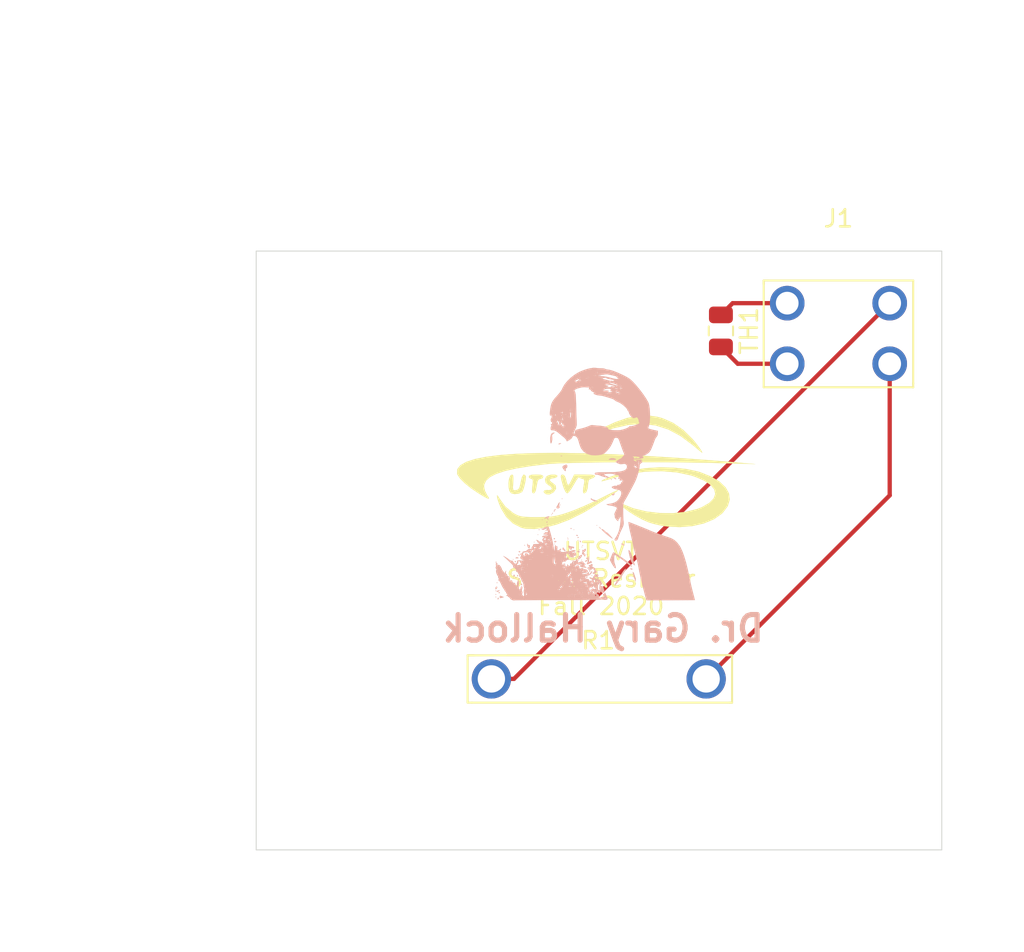
<source format=kicad_pcb>
(kicad_pcb (version 20171130) (host pcbnew "(5.1.6)-1")

  (general
    (thickness 1.6)
    (drawings 17)
    (tracks 8)
    (zones 0)
    (modules 7)
    (nets 5)
  )

  (page A4)
  (layers
    (0 F.Cu signal)
    (31 B.Cu signal)
    (32 B.Adhes user)
    (33 F.Adhes user)
    (34 B.Paste user)
    (35 F.Paste user)
    (36 B.SilkS user)
    (37 F.SilkS user)
    (38 B.Mask user)
    (39 F.Mask user)
    (40 Dwgs.User user)
    (41 Cmts.User user)
    (42 Eco1.User user)
    (43 Eco2.User user)
    (44 Edge.Cuts user)
    (45 Margin user)
    (46 B.CrtYd user hide)
    (47 F.CrtYd user hide)
    (48 B.Fab user)
    (49 F.Fab user hide)
  )

  (setup
    (last_trace_width 0.25)
    (trace_clearance 0.2)
    (zone_clearance 0.508)
    (zone_45_only no)
    (trace_min 0.2)
    (via_size 0.8)
    (via_drill 0.4)
    (via_min_size 0.4)
    (via_min_drill 0.3)
    (uvia_size 0.3)
    (uvia_drill 0.1)
    (uvias_allowed no)
    (uvia_min_size 0.2)
    (uvia_min_drill 0.1)
    (edge_width 0.05)
    (segment_width 0.2)
    (pcb_text_width 0.3)
    (pcb_text_size 1.5 1.5)
    (mod_edge_width 0.12)
    (mod_text_size 1 1)
    (mod_text_width 0.15)
    (pad_size 2.028 2.028)
    (pad_drill 1.328)
    (pad_to_mask_clearance 0.05)
    (aux_axis_origin 0 0)
    (visible_elements 7FFFFFFF)
    (pcbplotparams
      (layerselection 0x010fc_ffffffff)
      (usegerberextensions false)
      (usegerberattributes true)
      (usegerberadvancedattributes true)
      (creategerberjobfile true)
      (excludeedgelayer true)
      (linewidth 0.100000)
      (plotframeref false)
      (viasonmask false)
      (mode 1)
      (useauxorigin false)
      (hpglpennumber 1)
      (hpglpenspeed 20)
      (hpglpendiameter 15.000000)
      (psnegative false)
      (psa4output false)
      (plotreference true)
      (plotvalue true)
      (plotinvisibletext false)
      (padsonsilk false)
      (subtractmaskfromsilk false)
      (outputformat 1)
      (mirror false)
      (drillshape 1)
      (scaleselection 1)
      (outputdirectory ""))
  )

  (net 0 "")
  (net 1 /GND)
  (net 2 /ETS)
  (net 3 /RSHH)
  (net 4 /RSHL)

  (net_class Default "This is the default net class."
    (clearance 0.2)
    (trace_width 0.25)
    (via_dia 0.8)
    (via_drill 0.4)
    (uvia_dia 0.3)
    (uvia_drill 0.1)
    (add_net /ETS)
    (add_net /GND)
    (add_net /RSHH)
    (add_net /RSHL)
  )

  (module MountingHole:MountingHole_2.7mm_M2.5 (layer F.Cu) (tedit 56D1B4CB) (tstamp 5F6F6CE6)
    (at 178.816 102.489)
    (descr "Mounting Hole 2.7mm, no annular, M2.5")
    (tags "mounting hole 2.7mm no annular m2.5")
    (path /5F6F8A03)
    (attr virtual)
    (fp_text reference H2 (at 0 -3.7) (layer F.SilkS) hide
      (effects (font (size 1 1) (thickness 0.15)))
    )
    (fp_text value MountingHole (at 0 3.7) (layer F.Fab)
      (effects (font (size 1 1) (thickness 0.15)))
    )
    (fp_text user %R (at 0.3 0) (layer F.Fab)
      (effects (font (size 1 1) (thickness 0.15)))
    )
    (fp_circle (center 0 0) (end 2.7 0) (layer Cmts.User) (width 0.15))
    (fp_circle (center 0 0) (end 2.95 0) (layer F.CrtYd) (width 0.05))
    (pad 1 np_thru_hole circle (at 0 0) (size 2.7 2.7) (drill 2.7) (layers *.Cu *.Mask))
  )

  (module MountingHole:MountingHole_2.7mm_M2.5 (layer F.Cu) (tedit 56D1B4CB) (tstamp 5F6F6557)
    (at 149.86 78.613)
    (descr "Mounting Hole 2.7mm, no annular, M2.5")
    (tags "mounting hole 2.7mm no annular m2.5")
    (path /5F6F5E19)
    (attr virtual)
    (fp_text reference H1 (at 0 -3.7) (layer F.SilkS) hide
      (effects (font (size 1 1) (thickness 0.15)))
    )
    (fp_text value MountingHole (at 0 3.7) (layer F.Fab)
      (effects (font (size 1 1) (thickness 0.15)))
    )
    (fp_text user %R (at 0.3 0) (layer F.Fab)
      (effects (font (size 1 1) (thickness 0.15)))
    )
    (fp_circle (center 0 0) (end 2.7 0) (layer Cmts.User) (width 0.15))
    (fp_circle (center 0 0) (end 2.95 0) (layer F.CrtYd) (width 0.05))
    (pad 1 np_thru_hole circle (at 0 0) (size 2.7 2.7) (drill 2.7) (layers *.Cu *.Mask))
  )

  (module UTSVT_Connectors:Power_Metal_Strip_Battery_Shunt_Resistor_4_Pin_Connector (layer F.Cu) (tedit 5F5D1EF6) (tstamp 5F6F6C9C)
    (at 176.324 75.589)
    (path /5F55AEC1)
    (fp_text reference J1 (at 0 -6.5) (layer F.SilkS)
      (effects (font (size 1 1) (thickness 0.15)))
    )
    (fp_text value Amp_Conn (at 0 -8) (layer F.Fab)
      (effects (font (size 1 1) (thickness 0.15)))
    )
    (fp_line (start 4.375 3.125) (end 4.375 3.375) (layer F.SilkS) (width 0.12))
    (fp_line (start 4.35 3.375) (end 4.375 3.375) (layer F.SilkS) (width 0.12))
    (fp_line (start -4.375 3.375) (end 4.375 3.375) (layer F.SilkS) (width 0.12))
    (fp_line (start -4.375 -2.875) (end -4.375 3.375) (layer F.SilkS) (width 0.12))
    (fp_line (start -4.1 -2.875) (end -4.375 -2.875) (layer F.SilkS) (width 0.12))
    (fp_line (start -4.375 -2.6625) (end -4.375 -2.8375) (layer F.SilkS) (width 0.12))
    (fp_line (start -4.25 3.25) (end 4.25 3.25) (layer F.CrtYd) (width 0.12))
    (fp_line (start -4.25 -2.75) (end -4.25 3.25) (layer F.CrtYd) (width 0.12))
    (fp_line (start 4.25 -2.75) (end -4.25 -2.75) (layer F.CrtYd) (width 0.12))
    (fp_line (start 4.25 0.25) (end 4.25 3.25) (layer F.CrtYd) (width 0.12))
    (fp_line (start 4.25 0.25) (end 4.25 -2.75) (layer F.CrtYd) (width 0.12))
    (fp_line (start 4.375 3.175) (end 4.375 -2.875) (layer F.SilkS) (width 0.12))
    (fp_line (start 4.375 -2.875) (end -4.375 -2.875) (layer F.SilkS) (width 0.12))
    (pad 4 thru_hole circle (at -3 -1.548) (size 2.028 2.028) (drill 1.328) (layers *.Cu *.Mask)
      (net 1 /GND))
    (pad 1 thru_hole circle (at -3 2) (size 2.028 2.028) (drill 1.328) (layers *.Cu *.Mask)
      (net 2 /ETS))
    (pad 3 thru_hole circle (at 3 -1.548) (size 2.028 2.028) (drill 1.328) (layers *.Cu *.Mask)
      (net 3 /RSHH))
    (pad 2 thru_hole circle (at 3 2) (size 2.028 2.028) (drill 1.328) (layers *.Cu *.Mask)
      (net 4 /RSHL))
  )

  (module Resistor_SMD:R_0805_2012Metric (layer F.Cu) (tedit 5B36C52B) (tstamp 5F6F6447)
    (at 169.4434 75.6666 270)
    (descr "Resistor SMD 0805 (2012 Metric), square (rectangular) end terminal, IPC_7351 nominal, (Body size source: https://docs.google.com/spreadsheets/d/1BsfQQcO9C6DZCsRaXUlFlo91Tg2WpOkGARC1WS5S8t0/edit?usp=sharing), generated with kicad-footprint-generator")
    (tags resistor)
    (path /5F548CAA)
    (attr smd)
    (fp_text reference TH1 (at 0 -1.65 90) (layer F.SilkS)
      (effects (font (size 1 1) (thickness 0.15)))
    )
    (fp_text value 100 (at 0 1.65 90) (layer F.Fab)
      (effects (font (size 1 1) (thickness 0.15)))
    )
    (fp_line (start -1 0.6) (end -1 -0.6) (layer F.Fab) (width 0.1))
    (fp_line (start -1 -0.6) (end 1 -0.6) (layer F.Fab) (width 0.1))
    (fp_line (start 1 -0.6) (end 1 0.6) (layer F.Fab) (width 0.1))
    (fp_line (start 1 0.6) (end -1 0.6) (layer F.Fab) (width 0.1))
    (fp_line (start -0.258578 -0.71) (end 0.258578 -0.71) (layer F.SilkS) (width 0.12))
    (fp_line (start -0.258578 0.71) (end 0.258578 0.71) (layer F.SilkS) (width 0.12))
    (fp_line (start -1.68 0.95) (end -1.68 -0.95) (layer F.CrtYd) (width 0.05))
    (fp_line (start -1.68 -0.95) (end 1.68 -0.95) (layer F.CrtYd) (width 0.05))
    (fp_line (start 1.68 -0.95) (end 1.68 0.95) (layer F.CrtYd) (width 0.05))
    (fp_line (start 1.68 0.95) (end -1.68 0.95) (layer F.CrtYd) (width 0.05))
    (fp_text user %R (at 0 0 90) (layer F.Fab)
      (effects (font (size 0.5 0.5) (thickness 0.08)))
    )
    (pad 2 smd roundrect (at 0.9375 0 270) (size 0.975 1.4) (layers F.Cu F.Paste F.Mask) (roundrect_rratio 0.25)
      (net 2 /ETS))
    (pad 1 smd roundrect (at -0.9375 0 270) (size 0.975 1.4) (layers F.Cu F.Paste F.Mask) (roundrect_rratio 0.25)
      (net 1 /GND))
    (model ${KISYS3DMOD}/Resistor_SMD.3dshapes/R_0805_2012Metric.wrl
      (at (xyz 0 0 0))
      (scale (xyz 1 1 1))
      (rotate (xyz 0 0 0))
    )
  )

  (module UTSVT_Passive:Power_Metal_Strip_Battery_Shunt_Resistor (layer F.Cu) (tedit 5F5D1460) (tstamp 5F6F63F6)
    (at 162.2568 96.0374)
    (path /5F548200)
    (fp_text reference R1 (at 0 -2.25) (layer F.SilkS)
      (effects (font (size 1 1) (thickness 0.15)))
    )
    (fp_text value 100u (at 1 -3.75) (layer F.Fab)
      (effects (font (size 1 1) (thickness 0.15)))
    )
    (fp_line (start -7.52 -1.27) (end -7.52 1.27) (layer F.CrtYd) (width 0.12))
    (fp_line (start -7.52 1.27) (end 7.72 1.27) (layer F.CrtYd) (width 0.12))
    (fp_line (start 7.72 1.27) (end 7.72 -1.27) (layer F.CrtYd) (width 0.12))
    (fp_line (start 7.72 -1.27) (end -7.52 -1.27) (layer F.CrtYd) (width 0.12))
    (fp_line (start -7.64 -1.15) (end -7.64 1.32) (layer F.SilkS) (width 0.12))
    (fp_line (start -7.38 1.39) (end -7.64 1.39) (layer F.SilkS) (width 0.12))
    (fp_line (start -7.64 1.39) (end -7.64 1.29) (layer F.SilkS) (width 0.12))
    (fp_line (start -7.4 1.39) (end 7.82 1.39) (layer F.SilkS) (width 0.12))
    (fp_line (start 7.84 1.19) (end 7.84 1.39) (layer F.SilkS) (width 0.12))
    (fp_line (start 7.84 1.39) (end 7.68 1.39) (layer F.SilkS) (width 0.12))
    (fp_line (start 7.84 1.19) (end 7.84 -1.31) (layer F.SilkS) (width 0.12))
    (fp_line (start 7.63 -1.39) (end 7.8 -1.39) (layer F.SilkS) (width 0.12))
    (fp_line (start 7.84 -1.2) (end 7.84 -1.39) (layer F.SilkS) (width 0.12))
    (fp_line (start 7.84 -1.39) (end 7.63 -1.39) (layer F.SilkS) (width 0.12))
    (fp_line (start 7.63 -1.39) (end -7.63 -1.38) (layer F.SilkS) (width 0.12))
    (fp_line (start -7.64 -1.15) (end -7.64 -1.38) (layer F.SilkS) (width 0.12))
    (fp_line (start -7.64 -1.38) (end -7.27 -1.38) (layer F.SilkS) (width 0.12))
    (pad 2 thru_hole circle (at 6.323 0) (size 2.3 2.3) (drill 1.6) (layers *.Cu *.Mask)
      (net 4 /RSHL))
    (pad 1 thru_hole circle (at -6.25 0) (size 2.3 2.3) (drill 1.6) (layers *.Cu *.Mask)
      (net 3 /RSHH))
  )

  (module UTSVT_Special:Hallock_Image_Tiny (layer B.Cu) (tedit 0) (tstamp 5F5D6435)
    (at 162.56 84.455 180)
    (path /5F5407D9)
    (fp_text reference LOGO2 (at 0 0) (layer F.SilkS) hide
      (effects (font (size 1.524 1.524) (thickness 0.3)))
    )
    (fp_text value "Dr Hallock" (at 0.127 0.127) (layer F.SilkS) hide
      (effects (font (size 1.524 1.524) (thickness 0.3)) (justify mirror))
    )
    (fp_poly (pts (xy -1.471658 -2.42763) (xy -1.481562 -2.515679) (xy -1.502476 -2.643601) (xy -1.531675 -2.795993)
      (xy -1.566431 -2.957451) (xy -1.599146 -3.093604) (xy -1.639489 -3.26049) (xy -1.685503 -3.463745)
      (xy -1.729363 -3.668434) (xy -1.744139 -3.740834) (xy -1.786736 -3.936249) (xy -1.837352 -4.143186)
      (xy -1.887326 -4.326915) (xy -1.904732 -4.384659) (xy -1.947545 -4.538128) (xy -1.994837 -4.734921)
      (xy -2.040078 -4.946628) (xy -2.068742 -5.098143) (xy -2.107171 -5.298084) (xy -2.158637 -5.540498)
      (xy -2.217038 -5.797856) (xy -2.276276 -6.042626) (xy -2.289827 -6.096) (xy -2.34252 -6.301335)
      (xy -2.392001 -6.494184) (xy -2.434038 -6.658047) (xy -2.464396 -6.776422) (xy -2.473919 -6.813578)
      (xy -2.502596 -6.9093) (xy -2.528259 -6.968632) (xy -2.535906 -6.976864) (xy -2.575951 -6.978434)
      (xy -2.680581 -6.979425) (xy -2.841809 -6.979843) (xy -3.051652 -6.979697) (xy -3.302125 -6.978993)
      (xy -3.585242 -6.97774) (xy -3.893019 -6.975945) (xy -3.95886 -6.975508) (xy -5.359577 -6.966015)
      (xy -5.238797 -6.503793) (xy -5.183433 -6.283535) (xy -5.126655 -6.043547) (xy -5.075823 -5.815661)
      (xy -5.043822 -5.660572) (xy -4.945363 -5.193594) (xy -4.842205 -4.777841) (xy -4.735799 -4.417956)
      (xy -4.627598 -4.11858) (xy -4.519052 -3.884357) (xy -4.455157 -3.778193) (xy -4.308757 -3.589201)
      (xy -4.153602 -3.451025) (xy -3.968339 -3.348489) (xy -3.737429 -3.268082) (xy -3.621788 -3.232609)
      (xy -3.525533 -3.199321) (xy -3.501572 -3.189737) (xy -3.433301 -3.162989) (xy -3.319047 -3.120954)
      (xy -3.181457 -3.071936) (xy -3.156857 -3.063325) (xy -3.003377 -3.007561) (xy -2.855964 -2.950342)
      (xy -2.744983 -2.903479) (xy -2.739572 -2.900989) (xy -2.666444 -2.869104) (xy -2.546957 -2.819251)
      (xy -2.394056 -2.756614) (xy -2.220686 -2.686375) (xy -2.039796 -2.613719) (xy -1.864329 -2.543829)
      (xy -1.707234 -2.481888) (xy -1.581456 -2.433081) (xy -1.499941 -2.402591) (xy -1.47549 -2.394858)
      (xy -1.471658 -2.42763)) (layer B.SilkS) (width 0.01))
    (fp_poly (pts (xy 3.333214 -2.68437) (xy 3.413979 -2.712776) (xy 3.469371 -2.746095) (xy 3.477381 -2.757777)
      (xy 3.51872 -2.787223) (xy 3.568095 -2.795104) (xy 3.621888 -2.799518) (xy 3.607352 -2.818563)
      (xy 3.581314 -2.834256) (xy 3.502639 -2.851888) (xy 3.472457 -2.838393) (xy 3.408347 -2.804054)
      (xy 3.33402 -2.782448) (xy 3.278301 -2.780065) (xy 3.265714 -2.791852) (xy 3.294131 -2.827366)
      (xy 3.347357 -2.861781) (xy 3.402674 -2.892159) (xy 3.391836 -2.89661) (xy 3.336844 -2.886692)
      (xy 3.266447 -2.885444) (xy 3.240752 -2.927582) (xy 3.23922 -2.941605) (xy 3.244924 -2.988216)
      (xy 3.284628 -3.003257) (xy 3.367662 -2.996221) (xy 3.435073 -2.989585) (xy 3.444401 -2.994382)
      (xy 3.431017 -2.999002) (xy 3.386522 -3.017013) (xy 3.399525 -3.039533) (xy 3.449159 -3.068877)
      (xy 3.506738 -3.104104) (xy 3.503022 -3.118723) (xy 3.465286 -3.123143) (xy 3.3655 -3.130369)
      (xy 3.323325 -3.1335) (xy 3.258314 -3.162705) (xy 3.23892 -3.193143) (xy 3.236901 -3.223879)
      (xy 3.25388 -3.206281) (xy 3.307126 -3.184628) (xy 3.397033 -3.184791) (xy 3.492999 -3.20233)
      (xy 3.564421 -3.232807) (xy 3.582306 -3.253919) (xy 3.566999 -3.281497) (xy 3.512715 -3.276468)
      (xy 3.456524 -3.266666) (xy 3.463375 -3.28509) (xy 3.487429 -3.306537) (xy 3.549937 -3.381262)
      (xy 3.569636 -3.451253) (xy 3.540841 -3.49534) (xy 3.538382 -3.496349) (xy 3.505293 -3.543456)
      (xy 3.509702 -3.594203) (xy 3.529251 -3.646689) (xy 3.55204 -3.633151) (xy 3.563117 -3.614566)
      (xy 3.621781 -3.569194) (xy 3.685942 -3.556) (xy 3.762496 -3.536418) (xy 3.796878 -3.501572)
      (xy 3.845516 -3.459453) (xy 3.895525 -3.451352) (xy 3.94522 -3.456848) (xy 3.925337 -3.467747)
      (xy 3.907121 -3.472669) (xy 3.860287 -3.508202) (xy 3.859912 -3.539174) (xy 3.846629 -3.588593)
      (xy 3.808148 -3.611017) (xy 3.744082 -3.641443) (xy 3.746456 -3.667048) (xy 3.809142 -3.683893)
      (xy 3.926015 -3.688042) (xy 3.927928 -3.687993) (xy 4.041535 -3.689302) (xy 4.096763 -3.703391)
      (xy 4.107225 -3.733917) (xy 4.106795 -3.736043) (xy 4.123339 -3.798332) (xy 4.156704 -3.834085)
      (xy 4.198884 -3.89764) (xy 4.195586 -3.938132) (xy 4.191191 -3.977199) (xy 4.232515 -3.982629)
      (xy 4.278216 -3.974054) (xy 4.366885 -3.969929) (xy 4.42838 -4.015957) (xy 4.44066 -4.032531)
      (xy 4.529332 -4.101457) (xy 4.616551 -4.116361) (xy 4.701025 -4.128074) (xy 4.730062 -4.164714)
      (xy 4.730246 -4.182009) (xy 4.753653 -4.235674) (xy 4.793746 -4.245429) (xy 4.851317 -4.263547)
      (xy 4.857622 -4.300508) (xy 4.821056 -4.325696) (xy 4.801375 -4.357085) (xy 4.830128 -4.421797)
      (xy 4.859261 -4.485351) (xy 4.840702 -4.532754) (xy 4.795006 -4.574169) (xy 4.72527 -4.617655)
      (xy 4.677197 -4.624166) (xy 4.677077 -4.624093) (xy 4.646303 -4.627022) (xy 4.644571 -4.636344)
      (xy 4.677187 -4.651303) (xy 4.761368 -4.656069) (xy 4.844143 -4.652135) (xy 4.958098 -4.644578)
      (xy 5.017537 -4.650731) (xy 5.040171 -4.677229) (xy 5.043714 -4.726911) (xy 5.066693 -4.810869)
      (xy 5.122558 -4.845646) (xy 5.191701 -4.832171) (xy 5.254512 -4.771374) (xy 5.280024 -4.715718)
      (xy 5.320602 -4.667332) (xy 5.356166 -4.66928) (xy 5.418278 -4.661032) (xy 5.498208 -4.61221)
      (xy 5.508523 -4.603381) (xy 5.610658 -4.525454) (xy 5.725965 -4.454347) (xy 5.733143 -4.450566)
      (xy 5.860143 -4.384655) (xy 5.733143 -4.501623) (xy 5.562163 -4.659728) (xy 5.437996 -4.776868)
      (xy 5.353666 -4.860795) (xy 5.302198 -4.919262) (xy 5.276616 -4.960022) (xy 5.269945 -4.990827)
      (xy 5.273315 -5.012678) (xy 5.275009 -5.059092) (xy 5.260208 -5.061103) (xy 5.213625 -5.068607)
      (xy 5.157745 -5.119723) (xy 5.110993 -5.190996) (xy 5.091798 -5.258971) (xy 5.093588 -5.273185)
      (xy 5.092633 -5.321364) (xy 5.059209 -5.319863) (xy 5.014323 -5.326765) (xy 5.007428 -5.348839)
      (xy 4.981898 -5.411952) (xy 4.955157 -5.441067) (xy 4.920236 -5.501597) (xy 4.922636 -5.535919)
      (xy 4.912131 -5.590725) (xy 4.88641 -5.608869) (xy 4.840067 -5.65669) (xy 4.805858 -5.742298)
      (xy 4.805313 -5.744728) (xy 4.773022 -5.836461) (xy 4.730904 -5.89591) (xy 4.696637 -5.953313)
      (xy 4.67223 -6.050712) (xy 4.668582 -6.081515) (xy 4.654104 -6.186307) (xy 4.634279 -6.262254)
      (xy 4.628792 -6.273605) (xy 4.625047 -6.335789) (xy 4.639392 -6.361903) (xy 4.658986 -6.433101)
      (xy 4.648206 -6.533456) (xy 4.634571 -6.635489) (xy 4.639642 -6.714274) (xy 4.64119 -6.71911)
      (xy 4.662714 -6.752002) (xy 4.695894 -6.731205) (xy 4.727908 -6.69111) (xy 4.764103 -6.630805)
      (xy 4.763572 -6.622143) (xy 4.862285 -6.622143) (xy 4.880428 -6.640286) (xy 4.898571 -6.622143)
      (xy 4.880428 -6.604) (xy 4.862285 -6.622143) (xy 4.763572 -6.622143) (xy 4.762462 -6.604076)
      (xy 4.761186 -6.604) (xy 4.73757 -6.575131) (xy 4.737831 -6.509671) (xy 4.761357 -6.439345)
      (xy 4.764477 -6.43405) (xy 4.772082 -6.371481) (xy 4.756005 -6.302348) (xy 4.738748 -6.212099)
      (xy 4.773823 -6.171104) (xy 4.795762 -6.168572) (xy 4.820859 -6.198816) (xy 4.826 -6.2367)
      (xy 4.851149 -6.316532) (xy 4.87625 -6.346533) (xy 4.920479 -6.355078) (xy 4.948876 -6.300403)
      (xy 4.959754 -6.190468) (xy 4.951423 -6.033234) (xy 4.94844 -6.006302) (xy 4.94083 -5.89722)
      (xy 4.945744 -5.8245) (xy 4.957075 -5.805998) (xy 4.998576 -5.83748) (xy 5.035877 -5.911398)
      (xy 5.057276 -5.998004) (xy 5.055293 -6.055643) (xy 5.058141 -6.123411) (xy 5.077265 -6.148739)
      (xy 5.112172 -6.136641) (xy 5.139322 -6.062442) (xy 5.139683 -6.060657) (xy 5.16701 -5.980974)
      (xy 5.214678 -5.956897) (xy 5.239042 -5.958466) (xy 5.302648 -5.946694) (xy 5.327871 -5.884162)
      (xy 5.349561 -5.823442) (xy 5.404587 -5.816259) (xy 5.427656 -5.821354) (xy 5.494371 -5.825605)
      (xy 5.515428 -5.806406) (xy 5.486972 -5.771731) (xy 5.471886 -5.769429) (xy 5.447453 -5.757167)
      (xy 5.46905 -5.728722) (xy 5.494822 -5.664855) (xy 5.492769 -5.651897) (xy 5.894023 -5.651897)
      (xy 5.92969 -5.657707) (xy 5.976753 -5.651036) (xy 5.977315 -5.638649) (xy 5.928751 -5.629987)
      (xy 5.907768 -5.635785) (xy 5.894023 -5.651897) (xy 5.492769 -5.651897) (xy 5.490568 -5.638007)
      (xy 5.501008 -5.59697) (xy 5.547832 -5.588) (xy 5.611038 -5.564317) (xy 5.624285 -5.515429)
      (xy 5.632747 -5.491238) (xy 5.708952 -5.491238) (xy 5.713933 -5.51281) (xy 5.733143 -5.515429)
      (xy 5.76301 -5.502153) (xy 5.757333 -5.491238) (xy 5.71427 -5.486896) (xy 5.708952 -5.491238)
      (xy 5.632747 -5.491238) (xy 5.644875 -5.456568) (xy 5.673682 -5.442857) (xy 5.708516 -5.413753)
      (xy 5.707977 -5.343072) (xy 5.692875 -5.243286) (xy 5.748009 -5.334) (xy 5.786397 -5.384701)
      (xy 5.804299 -5.383939) (xy 5.804428 -5.381949) (xy 5.829031 -5.325081) (xy 5.851225 -5.297715)
      (xy 6.168571 -5.297715) (xy 6.181848 -5.327582) (xy 6.192762 -5.321905) (xy 6.197104 -5.278842)
      (xy 6.192762 -5.273524) (xy 6.17119 -5.278505) (xy 6.168571 -5.297715) (xy 5.851225 -5.297715)
      (xy 5.869214 -5.275536) (xy 5.918804 -5.21194) (xy 5.920716 -5.207) (xy 6.168571 -5.207)
      (xy 6.186714 -5.225143) (xy 6.204857 -5.207) (xy 6.186714 -5.188857) (xy 6.168571 -5.207)
      (xy 5.920716 -5.207) (xy 5.933821 -5.173159) (xy 5.95186 -5.118683) (xy 5.962311 -5.098143)
      (xy 6.168571 -5.098143) (xy 6.186714 -5.116286) (xy 6.204857 -5.098143) (xy 6.241143 -5.098143)
      (xy 6.259285 -5.116286) (xy 6.277428 -5.098143) (xy 6.259285 -5.08) (xy 6.241143 -5.098143)
      (xy 6.204857 -5.098143) (xy 6.186714 -5.08) (xy 6.168571 -5.098143) (xy 5.962311 -5.098143)
      (xy 5.994907 -5.034086) (xy 6.005144 -5.0165) (xy 6.07469 -4.926894) (xy 6.13554 -4.9005)
      (xy 6.180872 -4.940109) (xy 6.182634 -4.943929) (xy 6.198303 -4.962801) (xy 6.199502 -4.934857)
      (xy 6.201973 -4.838997) (xy 6.229985 -4.796819) (xy 6.268357 -4.79027) (xy 6.308608 -4.797383)
      (xy 6.282394 -4.822164) (xy 6.251104 -4.852612) (xy 6.282394 -4.876037) (xy 6.311155 -4.901321)
      (xy 6.287808 -4.919302) (xy 6.262109 -4.951659) (xy 6.285625 -5.00707) (xy 6.307641 -5.076446)
      (xy 6.275245 -5.137383) (xy 6.245044 -5.192947) (xy 6.264434 -5.214617) (xy 6.28223 -5.254021)
      (xy 6.273697 -5.333421) (xy 6.245273 -5.428062) (xy 6.203396 -5.51319) (xy 6.178354 -5.545569)
      (xy 6.149692 -5.603508) (xy 6.154744 -5.631268) (xy 6.149782 -5.679701) (xy 6.127863 -5.700914)
      (xy 6.097215 -5.733664) (xy 6.131695 -5.768485) (xy 6.132285 -5.768873) (xy 6.168402 -5.79774)
      (xy 6.141517 -5.805514) (xy 6.132285 -5.805778) (xy 6.088816 -5.838297) (xy 6.033642 -5.92364)
      (xy 5.990169 -6.014977) (xy 5.931984 -6.139699) (xy 5.872529 -6.246334) (xy 5.835955 -6.29791)
      (xy 5.786379 -6.368142) (xy 5.769428 -6.415839) (xy 5.745457 -6.456292) (xy 5.733143 -6.458857)
      (xy 5.700211 -6.487913) (xy 5.696857 -6.508843) (xy 5.671229 -6.571544) (xy 5.63891 -6.60692)
      (xy 5.60118 -6.647226) (xy 5.626384 -6.672389) (xy 5.647982 -6.681384) (xy 5.693227 -6.702252)
      (xy 5.671262 -6.709326) (xy 5.6515 -6.710307) (xy 5.59758 -6.729652) (xy 5.588 -6.749143)
      (xy 5.559305 -6.782784) (xy 5.542176 -6.785429) (xy 5.493668 -6.814953) (xy 5.460533 -6.866009)
      (xy 5.411317 -6.918064) (xy 5.329209 -6.962422) (xy 5.243021 -6.987709) (xy 5.181565 -6.982553)
      (xy 5.17609 -6.978281) (xy 5.138187 -6.975766) (xy 5.033607 -6.973438) (xy 4.868242 -6.97133)
      (xy 4.647986 -6.969471) (xy 4.378733 -6.967893) (xy 4.066375 -6.966625) (xy 3.716807 -6.9657)
      (xy 3.335921 -6.965147) (xy 2.929611 -6.964997) (xy 2.655258 -6.96513) (xy 2.087575 -6.965053)
      (xy 1.591755 -6.963836) (xy 1.167893 -6.96148) (xy 0.816085 -6.957986) (xy 0.536428 -6.953355)
      (xy 0.329017 -6.94759) (xy 0.193949 -6.940691) (xy 0.131319 -6.93266) (xy 0.126733 -6.930141)
      (xy 0.106103 -6.921897) (xy 0.850309 -6.921897) (xy 0.885976 -6.927707) (xy 0.933039 -6.921036)
      (xy 0.933429 -6.912429) (xy 4.644571 -6.912429) (xy 4.662714 -6.930572) (xy 4.680857 -6.912429)
      (xy 4.662714 -6.894286) (xy 4.644571 -6.912429) (xy 0.933429 -6.912429) (xy 0.933601 -6.908649)
      (xy 0.885037 -6.899987) (xy 0.864053 -6.905785) (xy 0.850309 -6.921897) (xy 0.106103 -6.921897)
      (xy 0.081571 -6.912094) (xy 0.060993 -6.920043) (xy -0.016333 -6.946864) (xy -0.112198 -6.954578)
      (xy -0.196729 -6.943645) (xy -0.23973 -6.915423) (xy -0.239132 -6.906381) (xy -0.024191 -6.906381)
      (xy -0.01921 -6.927953) (xy 0 -6.930572) (xy 0.029867 -6.917295) (xy 0.02419 -6.906381)
      (xy -0.018872 -6.902039) (xy -0.024191 -6.906381) (xy -0.239132 -6.906381) (xy -0.235929 -6.858)
      (xy -0.163286 -6.858) (xy -0.160409 -6.891437) (xy -0.147285 -6.894286) (xy -0.110334 -6.867946)
      (xy -0.108857 -6.858) (xy -0.121237 -6.822658) (xy -0.124859 -6.821715) (xy -0.155838 -6.847141)
      (xy -0.163286 -6.858) (xy -0.235929 -6.858) (xy -0.235781 -6.85577) (xy -0.20404 -6.763096)
      (xy -0.187142 -6.726862) (xy -0.138529 -6.626407) (xy -0.103326 -6.54712) (xy -0.097303 -6.531429)
      (xy -0.08201 -6.512419) (xy -0.075436 -6.557504) (xy -0.056485 -6.616516) (xy -0.024191 -6.619443)
      (xy 0.017612 -6.6305) (xy 0.02419 -6.656867) (xy -0.00112 -6.706037) (xy -0.024191 -6.712857)
      (xy -0.068462 -6.73455) (xy -0.072572 -6.749143) (xy -0.04109 -6.774815) (xy 0.034144 -6.785429)
      (xy 0.118079 -6.796804) (xy 0.163651 -6.822307) (xy 0.201993 -6.845986) (xy 0.236868 -6.812854)
      (xy 0.247178 -6.767286) (xy 1.197428 -6.767286) (xy 1.215571 -6.785429) (xy 1.233714 -6.767286)
      (xy 1.215571 -6.749143) (xy 1.197428 -6.767286) (xy 0.247178 -6.767286) (xy 0.253842 -6.737837)
      (xy 0.254 -6.728859) (xy 0.270557 -6.664683) (xy 0.41804 -6.664683) (xy 0.422306 -6.694715)
      (xy 0.445989 -6.742392) (xy 0.453571 -6.749143) (xy 0.46637 -6.731) (xy 1.669143 -6.731)
      (xy 1.687285 -6.749143) (xy 1.705428 -6.731) (xy 1.995714 -6.731) (xy 2.013857 -6.749143)
      (xy 2.032 -6.731) (xy 2.013857 -6.712857) (xy 1.995714 -6.731) (xy 1.705428 -6.731)
      (xy 1.687285 -6.712857) (xy 1.669143 -6.731) (xy 0.46637 -6.731) (xy 0.473504 -6.720889)
      (xy 0.484836 -6.694715) (xy 0.480658 -6.658429) (xy 0.616857 -6.658429) (xy 0.635 -6.676572)
      (xy 0.653143 -6.658429) (xy 1.233714 -6.658429) (xy 1.251857 -6.676572) (xy 1.27 -6.658429)
      (xy 1.251857 -6.640286) (xy 1.596571 -6.640286) (xy 1.609848 -6.670153) (xy 1.620762 -6.664477)
      (xy 1.621371 -6.658429) (xy 1.814285 -6.658429) (xy 1.832428 -6.676572) (xy 1.850571 -6.658429)
      (xy 1.833212 -6.64107) (xy 4.47306 -6.64107) (xy 4.481963 -6.690853) (xy 4.501624 -6.693357)
      (xy 4.532956 -6.642254) (xy 4.535714 -6.620002) (xy 4.521505 -6.571637) (xy 4.493499 -6.579064)
      (xy 4.473629 -6.634906) (xy 4.47306 -6.64107) (xy 1.833212 -6.64107) (xy 1.832428 -6.640286)
      (xy 1.814285 -6.658429) (xy 1.621371 -6.658429) (xy 1.625104 -6.621414) (xy 1.620762 -6.616096)
      (xy 1.59919 -6.621077) (xy 1.596571 -6.640286) (xy 1.251857 -6.640286) (xy 1.233714 -6.658429)
      (xy 0.653143 -6.658429) (xy 0.635 -6.640286) (xy 0.616857 -6.658429) (xy 0.480658 -6.658429)
      (xy 0.47944 -6.647861) (xy 0.453571 -6.640286) (xy 0.41804 -6.664683) (xy 0.270557 -6.664683)
      (xy 0.271893 -6.659508) (xy 0.304546 -6.640286) (xy 0.360564 -6.610135) (xy 0.371672 -6.576786)
      (xy 0.509154 -6.576786) (xy 0.525332 -6.60457) (xy 0.566929 -6.582248) (xy 0.585422 -6.559253)
      (xy 0.813494 -6.559253) (xy 0.818344 -6.570814) (xy 0.862395 -6.588791) (xy 0.873956 -6.583942)
      (xy 0.89045 -6.543524) (xy 1.390952 -6.543524) (xy 1.395933 -6.565096) (xy 1.415143 -6.567715)
      (xy 1.44501 -6.554438) (xy 1.439333 -6.543524) (xy 1.39627 -6.539181) (xy 1.390952 -6.543524)
      (xy 0.89045 -6.543524) (xy 0.891934 -6.53989) (xy 0.887084 -6.52833) (xy 0.850223 -6.513286)
      (xy 1.197428 -6.513286) (xy 1.215571 -6.531429) (xy 1.233714 -6.513286) (xy 1.215571 -6.495143)
      (xy 1.197428 -6.513286) (xy 0.850223 -6.513286) (xy 0.843033 -6.510352) (xy 0.831472 -6.515201)
      (xy 0.813494 -6.559253) (xy 0.585422 -6.559253) (xy 0.610643 -6.527895) (xy 0.639357 -6.462685)
      (xy 0.637139 -6.430759) (xy 0.604815 -6.440112) (xy 0.558113 -6.486471) (xy 0.519433 -6.544279)
      (xy 0.509154 -6.576786) (xy 0.371672 -6.576786) (xy 0.384526 -6.538196) (xy 0.373744 -6.471178)
      (xy 0.355883 -6.440715) (xy 0.435428 -6.440715) (xy 0.453571 -6.458857) (xy 0.471714 -6.440715)
      (xy 0.453571 -6.422572) (xy 0.435428 -6.440715) (xy 0.355883 -6.440715) (xy 0.352867 -6.435573)
      (xy 0.331646 -6.46363) (xy 0.321624 -6.48932) (xy 0.278721 -6.548625) (xy 0.225439 -6.566053)
      (xy 0.187095 -6.538294) (xy 0.181428 -6.507662) (xy 0.176242 -6.467817) (xy 0.148314 -6.478714)
      (xy 0.115071 -6.507662) (xy 0.042767 -6.560596) (xy 0.006424 -6.553548) (xy 0 -6.51631)
      (xy -0.023356 -6.461542) (xy -0.039229 -6.451829) (xy -0.05391 -6.410461) (xy -0.045293 -6.378677)
      (xy 0.196372 -6.378677) (xy 0.200507 -6.387801) (xy 0.246006 -6.404834) (xy 0.273305 -6.398962)
      (xy 0.300613 -6.362096) (xy 0.374952 -6.362096) (xy 0.379933 -6.383667) (xy 0.399143 -6.386286)
      (xy 0.42901 -6.37301) (xy 0.423333 -6.362096) (xy 0.38027 -6.357753) (xy 0.374952 -6.362096)
      (xy 0.300613 -6.362096) (xy 0.312771 -6.345684) (xy 0.322654 -6.259426) (xy 0.439922 -6.259426)
      (xy 0.448652 -6.298258) (xy 0.496027 -6.329204) (xy 0.559802 -6.328996) (xy 0.582685 -6.310295)
      (xy 0.630089 -6.286731) (xy 0.649678 -6.29343) (xy 0.674805 -6.336594) (xy 0.669993 -6.352092)
      (xy 0.678131 -6.370194) (xy 0.705687 -6.363845) (xy 0.752628 -6.366362) (xy 0.758834 -6.403653)
      (xy 0.725714 -6.440715) (xy 0.690737 -6.491532) (xy 0.689428 -6.502909) (xy 0.711336 -6.511779)
      (xy 0.760224 -6.478608) (xy 0.794497 -6.420209) (xy 1.496611 -6.420209) (xy 1.501574 -6.422572)
      (xy 1.534688 -6.397027) (xy 1.542143 -6.386286) (xy 1.551389 -6.352363) (xy 1.546426 -6.35)
      (xy 2.54 -6.35) (xy 2.567612 -6.385232) (xy 2.576286 -6.386286) (xy 2.611517 -6.358674)
      (xy 2.612571 -6.35) (xy 2.584959 -6.314769) (xy 2.576286 -6.313715) (xy 2.541054 -6.341327)
      (xy 2.54 -6.35) (xy 1.546426 -6.35) (xy 1.513312 -6.375545) (xy 1.505857 -6.386286)
      (xy 1.496611 -6.420209) (xy 0.794497 -6.420209) (xy 0.814407 -6.386286) (xy 0.907143 -6.386286)
      (xy 0.920419 -6.416153) (xy 0.931333 -6.410477) (xy 0.935676 -6.367414) (xy 0.931333 -6.362096)
      (xy 0.909761 -6.367077) (xy 0.907143 -6.386286) (xy 0.814407 -6.386286) (xy 0.81708 -6.381733)
      (xy 0.823724 -6.308889) (xy 0.821358 -6.295572) (xy 1.233714 -6.295572) (xy 1.251857 -6.313715)
      (xy 1.27 -6.295572) (xy 1.251857 -6.277429) (xy 1.233714 -6.295572) (xy 0.821358 -6.295572)
      (xy 0.810693 -6.235565) (xy 0.771201 -6.21636) (xy 0.719463 -6.224455) (xy 0.645966 -6.22936)
      (xy 0.613043 -6.189968) (xy 0.606141 -6.161764) (xy 0.597801 -6.118981) (xy 0.907143 -6.118981)
      (xy 0.925033 -6.172186) (xy 0.960883 -6.19291) (xy 0.974271 -6.18611) (xy 0.971915 -6.168572)
      (xy 1.669143 -6.168572) (xy 1.696755 -6.203803) (xy 1.705428 -6.204857) (xy 1.74066 -6.177245)
      (xy 1.741714 -6.168572) (xy 1.923143 -6.168572) (xy 1.950755 -6.203803) (xy 1.959428 -6.204857)
      (xy 1.99466 -6.177245) (xy 1.995714 -6.168572) (xy 1.968102 -6.13334) (xy 1.959428 -6.132286)
      (xy 1.924197 -6.159899) (xy 1.923143 -6.168572) (xy 1.741714 -6.168572) (xy 1.714102 -6.13334)
      (xy 1.705428 -6.132286) (xy 1.670197 -6.159899) (xy 1.669143 -6.168572) (xy 0.971915 -6.168572)
      (xy 0.969263 -6.148831) (xy 0.950081 -6.124424) (xy 0.946924 -6.122656) (xy 2.397927 -6.122656)
      (xy 2.430501 -6.190038) (xy 2.439871 -6.20535) (xy 2.489653 -6.263727) (xy 2.528416 -6.275326)
      (xy 2.54 -6.246767) (xy 2.515737 -6.201977) (xy 2.467428 -6.150429) (xy 2.410697 -6.108535)
      (xy 2.397927 -6.122656) (xy 0.946924 -6.122656) (xy 0.913549 -6.103968) (xy 0.907143 -6.118981)
      (xy 0.597801 -6.118981) (xy 0.589784 -6.077857) (xy 1.233714 -6.077857) (xy 1.251857 -6.096)
      (xy 1.27 -6.077857) (xy 1.778 -6.077857) (xy 1.796143 -6.096) (xy 1.814285 -6.077857)
      (xy 1.796143 -6.059715) (xy 1.778 -6.077857) (xy 1.27 -6.077857) (xy 1.251857 -6.059715)
      (xy 1.233714 -6.077857) (xy 0.589784 -6.077857) (xy 0.562803 -6.1595) (xy 0.523171 -6.222918)
      (xy 0.485625 -6.241143) (xy 0.439922 -6.259426) (xy 0.322654 -6.259426) (xy 0.32655 -6.225427)
      (xy 0.326571 -6.219118) (xy 0.321708 -6.147405) (xy 0.365722 -6.147405) (xy 0.372393 -6.194468)
      (xy 0.38478 -6.19503) (xy 0.393442 -6.146466) (xy 0.387644 -6.125482) (xy 0.371532 -6.111738)
      (xy 0.365722 -6.147405) (xy 0.321708 -6.147405) (xy 0.320058 -6.123082) (xy 0.305215 -6.07181)
      (xy 0.447524 -6.07181) (xy 0.452505 -6.093382) (xy 0.471714 -6.096) (xy 0.501581 -6.082724)
      (xy 0.495905 -6.07181) (xy 0.452842 -6.067467) (xy 0.447524 -6.07181) (xy 0.305215 -6.07181)
      (xy 0.303619 -6.0663) (xy 0.294518 -6.059715) (xy 0.274804 -6.041572) (xy 0.362857 -6.041572)
      (xy 0.381 -6.059715) (xy 0.399143 -6.041572) (xy 0.381 -6.023429) (xy 0.362857 -6.041572)
      (xy 0.274804 -6.041572) (xy 0.261457 -6.02929) (xy 0.241528 -5.979656) (xy 0.235747 -5.962953)
      (xy 0.616857 -5.962953) (xy 0.637696 -6.029846) (xy 0.683381 -6.059715) (xy 0.682683 -6.041572)
      (xy 2.358571 -6.041572) (xy 2.376714 -6.059715) (xy 2.394857 -6.041572) (xy 2.376714 -6.023429)
      (xy 2.358571 -6.041572) (xy 0.682683 -6.041572) (xy 0.682674 -6.041358) (xy 0.677648 -6.035839)
      (xy 0.67663 -5.992208) (xy 0.692245 -5.966467) (xy 0.943428 -5.966467) (xy 0.958414 -5.998685)
      (xy 1.014793 -5.996709) (xy 1.057214 -5.98573) (xy 1.141406 -5.957734) (xy 1.189372 -5.934655)
      (xy 1.190261 -5.933834) (xy 1.171497 -5.92149) (xy 1.100871 -5.914908) (xy 1.076476 -5.914572)
      (xy 0.978098 -5.926301) (xy 0.943583 -5.962798) (xy 0.943428 -5.966467) (xy 0.692245 -5.966467)
      (xy 0.694186 -5.963268) (xy 0.712995 -5.923812) (xy 0.675728 -5.914572) (xy 0.624764 -5.93881)
      (xy 0.616857 -5.962953) (xy 0.235747 -5.962953) (xy 0.220539 -5.919015) (xy 0.290285 -5.919015)
      (xy 0.303334 -5.949867) (xy 0.3201 -5.934556) (xy 0.459458 -5.934556) (xy 0.489718 -5.94476)
      (xy 0.537028 -5.907315) (xy 0.543711 -5.896155) (xy 1.785953 -5.896155) (xy 1.800346 -5.963316)
      (xy 1.82541 -6.015149) (xy 1.838756 -6.023429) (xy 1.845253 -5.996222) (xy 1.837449 -5.969)
      (xy 2.286 -5.969) (xy 2.304143 -5.987143) (xy 2.322286 -5.969) (xy 2.304143 -5.950857)
      (xy 2.286 -5.969) (xy 1.837449 -5.969) (xy 1.843376 -5.924718) (xy 1.897067 -5.912116)
      (xy 1.977571 -5.90966) (xy 1.895581 -5.87013) (xy 1.84101 -5.852401) (xy 2.219277 -5.852401)
      (xy 2.228106 -5.87268) (xy 2.264642 -5.911634) (xy 2.285647 -5.903643) (xy 2.286 -5.89857)
      (xy 2.260227 -5.867879) (xy 2.244108 -5.856678) (xy 2.219277 -5.852401) (xy 1.84101 -5.852401)
      (xy 1.826065 -5.847546) (xy 1.792482 -5.851709) (xy 1.785953 -5.896155) (xy 0.543711 -5.896155)
      (xy 0.565278 -5.860143) (xy 1.415143 -5.860143) (xy 1.433285 -5.878286) (xy 1.451428 -5.860143)
      (xy 1.433285 -5.842) (xy 1.415143 -5.860143) (xy 0.565278 -5.860143) (xy 0.576095 -5.842082)
      (xy 0.569946 -5.787759) (xy 0.530373 -5.769429) (xy 0.48667 -5.800528) (xy 0.462833 -5.860143)
      (xy 0.459458 -5.934556) (xy 0.3201 -5.934556) (xy 0.338122 -5.918098) (xy 0.367521 -5.869215)
      (xy 0.394129 -5.814072) (xy 0.380332 -5.813992) (xy 0.350655 -5.837372) (xy 0.301817 -5.890841)
      (xy 0.290285 -5.919015) (xy 0.220539 -5.919015) (xy 0.219869 -5.917081) (xy 0.206656 -5.918339)
      (xy 0.203214 -5.975041) (xy 0.210869 -6.078801) (xy 0.217426 -6.132286) (xy 0.226939 -6.243571)
      (xy 0.223276 -6.321221) (xy 0.212639 -6.344028) (xy 0.196372 -6.378677) (xy -0.045293 -6.378677)
      (xy -0.026843 -6.310635) (xy -0.016722 -6.284459) (xy 0.027868 -6.18914) (xy 0.068481 -6.1502)
      (xy 0.116556 -6.152873) (xy 0.169507 -6.157738) (xy 0.174571 -6.113542) (xy 0.173537 -6.108576)
      (xy 0.1425 -6.057146) (xy 0.115773 -6.050643) (xy 0.082588 -6.05245) (xy 0.077732 -6.028321)
      (xy 0.102949 -5.963393) (xy 0.13372 -5.89766) (xy 0.186702 -5.815382) (xy 0.241677 -5.771613)
      (xy 0.253486 -5.769429) (xy 0.339355 -5.752888) (xy 0.427993 -5.713011) (xy 0.492086 -5.664421)
      (xy 0.507717 -5.633357) (xy 0.478763 -5.593199) (xy 0.453571 -5.588) (xy 0.405321 -5.609938)
      (xy 0.399143 -5.628729) (xy 0.381594 -5.647904) (xy 0.344714 -5.624286) (xy 0.295586 -5.55286)
      (xy 0.304741 -5.483797) (xy 0.332178 -5.457535) (xy 0.356995 -5.453516) (xy 0.344997 -5.482608)
      (xy 0.330967 -5.514506) (xy 0.360723 -5.491972) (xy 0.364791 -5.488215) (xy 0.434983 -5.447427)
      (xy 0.489967 -5.454661) (xy 0.508 -5.497286) (xy 0.527593 -5.545574) (xy 0.544285 -5.551715)
      (xy 0.576831 -5.580949) (xy 0.580571 -5.604002) (xy 0.60631 -5.669298) (xy 0.666225 -5.682398)
      (xy 0.707571 -5.660572) (xy 0.770667 -5.636627) (xy 0.800414 -5.643744) (xy 0.803099 -5.674768)
      (xy 0.74121 -5.718109) (xy 0.729939 -5.723726) (xy 0.652686 -5.775208) (xy 0.646067 -5.815751)
      (xy 0.708287 -5.838929) (xy 0.763002 -5.842) (xy 0.836665 -5.832359) (xy 0.842629 -5.818432)
      (xy 1.275525 -5.818432) (xy 1.296689 -5.841908) (xy 1.29938 -5.842) (xy 1.334264 -5.81781)
      (xy 2.588381 -5.81781) (xy 2.593362 -5.839382) (xy 2.612571 -5.842) (xy 2.642438 -5.828724)
      (xy 2.636762 -5.81781) (xy 2.593699 -5.813467) (xy 2.588381 -5.81781) (xy 1.334264 -5.81781)
      (xy 1.341308 -5.812926) (xy 1.356857 -5.78454) (xy 1.357841 -5.742002) (xy 1.335792 -5.74145)
      (xy 1.292274 -5.774689) (xy 1.275525 -5.818432) (xy 0.842629 -5.818432) (xy 0.851147 -5.798544)
      (xy 0.847693 -5.787572) (xy 0.850039 -5.758642) (xy 1.111227 -5.758642) (xy 1.161143 -5.7637)
      (xy 1.212655 -5.757997) (xy 1.2065 -5.745398) (xy 1.13221 -5.740605) (xy 1.115785 -5.745398)
      (xy 1.111227 -5.758642) (xy 0.850039 -5.758642) (xy 0.850895 -5.748095) (xy 0.910125 -5.733683)
      (xy 0.935664 -5.733143) (xy 1.814285 -5.733143) (xy 1.844677 -5.762625) (xy 1.886857 -5.769429)
      (xy 1.94582 -5.754233) (xy 1.959428 -5.733143) (xy 1.929037 -5.703662) (xy 1.886857 -5.696857)
      (xy 1.827894 -5.712053) (xy 1.814285 -5.733143) (xy 0.935664 -5.733143) (xy 1.027163 -5.714458)
      (xy 1.066546 -5.675747) (xy 1.071503 -5.660572) (xy 1.233714 -5.660572) (xy 1.24699 -5.690439)
      (xy 1.257905 -5.684762) (xy 1.258514 -5.678715) (xy 2.104571 -5.678715) (xy 2.122714 -5.696857)
      (xy 2.140857 -5.678715) (xy 2.122714 -5.660572) (xy 2.104571 -5.678715) (xy 1.258514 -5.678715)
      (xy 1.262247 -5.6417) (xy 1.257905 -5.636381) (xy 1.236333 -5.641362) (xy 1.233714 -5.660572)
      (xy 1.071503 -5.660572) (xy 1.083688 -5.623277) (xy 1.074315 -5.600096) (xy 1.862666 -5.600096)
      (xy 1.867647 -5.621667) (xy 1.886857 -5.624286) (xy 1.916724 -5.61101) (xy 1.911047 -5.600096)
      (xy 1.867985 -5.595753) (xy 1.862666 -5.600096) (xy 1.074315 -5.600096) (xy 1.071602 -5.593387)
      (xy 1.01491 -5.569167) (xy 0.952267 -5.550076) (xy 0.909113 -5.533572) (xy 1.197428 -5.533572)
      (xy 1.215571 -5.551715) (xy 1.233714 -5.533572) (xy 1.215571 -5.515429) (xy 1.197428 -5.533572)
      (xy 0.909113 -5.533572) (xy 0.808399 -5.495055) (xy 0.803409 -5.491238) (xy 1.028095 -5.491238)
      (xy 1.033076 -5.51281) (xy 1.052285 -5.515429) (xy 1.082153 -5.502153) (xy 1.076476 -5.491238)
      (xy 1.033413 -5.486896) (xy 1.028095 -5.491238) (xy 0.803409 -5.491238) (xy 0.720452 -5.427793)
      (xy 0.671779 -5.335556) (xy 0.671778 -5.335553) (xy 0.655674 -5.275413) (xy 0.671623 -5.276238)
      (xy 0.702784 -5.305887) (xy 0.749734 -5.366569) (xy 0.762 -5.400098) (xy 0.790699 -5.439769)
      (xy 0.849777 -5.466855) (xy 0.898705 -5.463248) (xy 0.900241 -5.461854) (xy 0.891433 -5.444262)
      (xy 0.876905 -5.442857) (xy 0.839388 -5.413568) (xy 0.834571 -5.388429) (xy 0.854005 -5.339566)
      (xy 0.893784 -5.346294) (xy 0.918782 -5.384567) (xy 0.957912 -5.414131) (xy 1.034933 -5.437185)
      (xy 1.125981 -5.450888) (xy 1.207196 -5.452397) (xy 1.254716 -5.438872) (xy 1.258198 -5.424983)
      (xy 1.21793 -5.400021) (xy 1.164798 -5.388429) (xy 1.886857 -5.388429) (xy 1.90645 -5.436717)
      (xy 1.923143 -5.442857) (xy 1.955632 -5.472117) (xy 1.959428 -5.495483) (xy 1.982789 -5.544523)
      (xy 2.033768 -5.590877) (xy 2.083709 -5.611604) (xy 2.098137 -5.606529) (xy 2.092834 -5.569373)
      (xy 2.084885 -5.551715) (xy 2.975428 -5.551715) (xy 2.988705 -5.581582) (xy 2.999619 -5.575905)
      (xy 3.003962 -5.532842) (xy 2.999619 -5.527524) (xy 2.978047 -5.532505) (xy 2.975428 -5.551715)
      (xy 2.084885 -5.551715) (xy 2.069949 -5.518537) (xy 2.025265 -5.459572) (xy 1.994437 -5.442857)
      (xy 1.963372 -5.413448) (xy 1.959428 -5.388429) (xy 1.944705 -5.352143) (xy 2.068285 -5.352143)
      (xy 2.086428 -5.370286) (xy 2.104571 -5.352143) (xy 2.098524 -5.346096) (xy 4.584095 -5.346096)
      (xy 4.589076 -5.367667) (xy 4.608285 -5.370286) (xy 4.638153 -5.35701) (xy 4.632476 -5.346096)
      (xy 4.589413 -5.341753) (xy 4.584095 -5.346096) (xy 2.098524 -5.346096) (xy 2.086428 -5.334)
      (xy 2.068285 -5.352143) (xy 1.944705 -5.352143) (xy 1.939835 -5.340141) (xy 1.923143 -5.334)
      (xy 1.890951 -5.36339) (xy 1.886857 -5.388429) (xy 1.164798 -5.388429) (xy 1.131251 -5.38111)
      (xy 1.092846 -5.377175) (xy 0.974744 -5.354483) (xy 0.919672 -5.311314) (xy 1.134594 -5.311314)
      (xy 1.135399 -5.329349) (xy 1.177144 -5.334) (xy 1.237487 -5.314072) (xy 1.249766 -5.301099)
      (xy 1.238155 -5.282555) (xy 1.197478 -5.287188) (xy 1.134594 -5.311314) (xy 0.919672 -5.311314)
      (xy 0.918076 -5.310063) (xy 0.917413 -5.308427) (xy 0.92378 -5.242283) (xy 0.971562 -5.200953)
      (xy 1.318381 -5.200953) (xy 1.323362 -5.222525) (xy 1.342571 -5.225143) (xy 1.372438 -5.211867)
      (xy 1.366762 -5.200953) (xy 1.323699 -5.19661) (xy 1.318381 -5.200953) (xy 0.971562 -5.200953)
      (xy 0.98328 -5.190818) (xy 1.076525 -5.166032) (xy 1.142294 -5.169242) (xy 1.204106 -5.176435)
      (xy 1.207598 -5.172476) (xy 1.539087 -5.172476) (xy 1.5424 -5.189273) (xy 1.581209 -5.219353)
      (xy 1.6228 -5.224401) (xy 1.632857 -5.210883) (xy 1.604394 -5.187578) (xy 1.576544 -5.175012)
      (xy 1.539087 -5.172476) (xy 1.207598 -5.172476) (xy 1.210462 -5.16923) (xy 1.2065 -5.167264)
      (xy 1.201955 -5.162973) (xy 1.783849 -5.162973) (xy 1.792678 -5.183251) (xy 1.829214 -5.222205)
      (xy 1.850218 -5.214214) (xy 1.850571 -5.209142) (xy 1.824798 -5.178451) (xy 1.808679 -5.16725)
      (xy 1.783849 -5.162973) (xy 1.201955 -5.162973) (xy 1.18867 -5.15043) (xy 2.177143 -5.15043)
      (xy 2.203483 -5.187381) (xy 2.213428 -5.188857) (xy 2.234933 -5.181324) (xy 4.724384 -5.181324)
      (xy 4.735285 -5.187746) (xy 4.794917 -5.169679) (xy 4.826 -5.152572) (xy 4.855044 -5.12382)
      (xy 4.844143 -5.117397) (xy 4.784512 -5.135464) (xy 4.753428 -5.152572) (xy 4.724384 -5.181324)
      (xy 2.234933 -5.181324) (xy 2.248771 -5.176477) (xy 2.249714 -5.172856) (xy 2.224287 -5.141876)
      (xy 2.213428 -5.134429) (xy 4.499428 -5.134429) (xy 4.517571 -5.152572) (xy 4.535714 -5.134429)
      (xy 4.517571 -5.116286) (xy 4.499428 -5.134429) (xy 2.213428 -5.134429) (xy 2.179992 -5.137306)
      (xy 2.177143 -5.15043) (xy 1.18867 -5.15043) (xy 1.164615 -5.127721) (xy 1.161143 -5.11349)
      (xy 1.189553 -5.09172) (xy 1.254681 -5.095989) (xy 1.32637 -5.124147) (xy 1.328439 -5.125421)
      (xy 1.382377 -5.132365) (xy 1.390323 -5.116286) (xy 1.705428 -5.116286) (xy 1.718705 -5.146153)
      (xy 1.729619 -5.140477) (xy 1.733962 -5.097414) (xy 1.729619 -5.092096) (xy 1.708047 -5.097077)
      (xy 1.705428 -5.116286) (xy 1.390323 -5.116286) (xy 1.411179 -5.074086) (xy 1.413385 -5.043715)
      (xy 2.249714 -5.043715) (xy 2.275757 -5.078962) (xy 2.283858 -5.08) (xy 2.288258 -5.077638)
      (xy 4.689753 -5.077638) (xy 4.694717 -5.08) (xy 4.727831 -5.054456) (xy 4.735285 -5.043715)
      (xy 4.744532 -5.009791) (xy 4.739568 -5.007429) (xy 4.706455 -5.032973) (xy 4.699 -5.043715)
      (xy 4.689753 -5.077638) (xy 2.288258 -5.077638) (xy 2.333001 -5.053624) (xy 2.340428 -5.043715)
      (xy 2.332202 -5.01265) (xy 2.306284 -5.007429) (xy 2.256637 -5.026374) (xy 2.249714 -5.043715)
      (xy 1.413385 -5.043715) (xy 1.415143 -5.019524) (xy 1.432623 -4.953672) (xy 1.497511 -4.934888)
      (xy 1.501975 -4.934857) (xy 1.577599 -4.956009) (xy 1.610576 -4.991586) (xy 1.647019 -5.028775)
      (xy 1.669982 -5.025053) (xy 1.675323 -4.985406) (xy 1.626656 -4.917675) (xy 1.625459 -4.916427)
      (xy 1.57218 -4.874381) (xy 1.826381 -4.874381) (xy 1.831362 -4.895953) (xy 1.850571 -4.898572)
      (xy 1.880438 -4.885295) (xy 1.874762 -4.874381) (xy 1.831699 -4.870039) (xy 1.826381 -4.874381)
      (xy 1.57218 -4.874381) (xy 1.562943 -4.867092) (xy 1.52286 -4.86466) (xy 1.521026 -4.867097)
      (xy 1.474398 -4.885517) (xy 1.383988 -4.888718) (xy 1.344778 -4.885443) (xy 1.257192 -4.879665)
      (xy 1.214481 -4.885581) (xy 1.214818 -4.891771) (xy 1.268529 -4.91324) (xy 1.299775 -4.916252)
      (xy 1.353208 -4.936262) (xy 1.357519 -4.978773) (xy 1.318922 -5.019334) (xy 1.27 -5.033446)
      (xy 1.16382 -5.048126) (xy 1.074107 -5.065921) (xy 1.002488 -5.075537) (xy 0.991335 -5.054925)
      (xy 0.994605 -5.048976) (xy 1.050454 -5.010648) (xy 1.07257 -5.007429) (xy 1.119467 -4.987141)
      (xy 1.124857 -4.971143) (xy 1.097244 -4.935912) (xy 1.088571 -4.934857) (xy 1.056379 -4.905468)
      (xy 1.052285 -4.880429) (xy 1.074193 -4.844143) (xy 1.451428 -4.844143) (xy 1.469571 -4.862286)
      (xy 1.487714 -4.844143) (xy 1.469571 -4.826) (xy 1.451428 -4.844143) (xy 1.074193 -4.844143)
      (xy 1.081331 -4.832322) (xy 1.106714 -4.826) (xy 1.154865 -4.798948) (xy 1.157331 -4.789715)
      (xy 1.705428 -4.789715) (xy 1.733041 -4.824946) (xy 1.741714 -4.826) (xy 1.776945 -4.798388)
      (xy 1.778 -4.789715) (xy 1.750387 -4.754483) (xy 1.741714 -4.753429) (xy 1.706483 -4.781041)
      (xy 1.705428 -4.789715) (xy 1.157331 -4.789715) (xy 1.15965 -4.781039) (xy 1.249452 -4.781039)
      (xy 1.285119 -4.78685) (xy 1.332182 -4.780179) (xy 1.332744 -4.767792) (xy 1.284179 -4.75913)
      (xy 1.263196 -4.764927) (xy 1.249452 -4.781039) (xy 1.15965 -4.781039) (xy 1.161143 -4.775454)
      (xy 1.188544 -4.718434) (xy 1.26046 -4.705225) (xy 1.359976 -4.737965) (xy 1.446842 -4.769264)
      (xy 1.498713 -4.762651) (xy 1.502408 -4.722952) (xy 1.482738 -4.693004) (xy 1.457398 -4.642025)
      (xy 1.490047 -4.606076) (xy 1.562258 -4.574656) (xy 1.593982 -4.600424) (xy 1.596571 -4.626429)
      (xy 1.626593 -4.675236) (xy 1.660071 -4.686384) (xy 1.748521 -4.693893) (xy 1.778 -4.696317)
      (xy 1.819085 -4.728887) (xy 1.821766 -4.763361) (xy 1.837236 -4.814733) (xy 1.887711 -4.826)
      (xy 1.943153 -4.84009) (xy 1.942637 -4.894205) (xy 1.941286 -4.898572) (xy 1.937831 -4.957199)
      (xy 1.983764 -4.968154) (xy 2.046967 -4.949198) (xy 2.084371 -4.912572) (xy 2.080613 -4.889163)
      (xy 2.080574 -4.86819) (xy 2.095558 -4.874859) (xy 2.118377 -4.924504) (xy 2.114773 -4.980251)
      (xy 2.104986 -5.035481) (xy 2.12348 -5.026573) (xy 2.145394 -5.000615) (xy 2.216821 -4.952145)
      (xy 2.304143 -4.928044) (xy 2.383104 -4.908157) (xy 2.38866 -4.898572) (xy 4.426857 -4.898572)
      (xy 4.440133 -4.928439) (xy 4.451047 -4.922762) (xy 4.455316 -4.880429) (xy 4.680857 -4.880429)
      (xy 4.699 -4.898572) (xy 4.717143 -4.880429) (xy 4.699 -4.862286) (xy 4.680857 -4.880429)
      (xy 4.455316 -4.880429) (xy 4.45539 -4.8797) (xy 4.451047 -4.874381) (xy 4.429476 -4.879362)
      (xy 4.426857 -4.898572) (xy 2.38866 -4.898572) (xy 2.399992 -4.879024) (xy 2.777844 -4.879024)
      (xy 2.824857 -4.874219) (xy 2.880488 -4.838129) (xy 4.78455 -4.838129) (xy 4.796116 -4.865356)
      (xy 4.847119 -4.89394) (xy 4.907643 -4.908609) (xy 4.996679 -4.92038) (xy 5.050515 -4.928808)
      (xy 5.051647 -4.92905) (xy 5.063834 -4.907527) (xy 5.056836 -4.880429) (xy 5.019871 -4.832381)
      (xy 5.001101 -4.826) (xy 4.982515 -4.797652) (xy 4.989285 -4.753429) (xy 4.992383 -4.696517)
      (xy 4.940379 -4.680873) (xy 4.937302 -4.680857) (xy 4.875016 -4.705279) (xy 4.862285 -4.753429)
      (xy 4.84709 -4.812392) (xy 4.826 -4.826) (xy 4.78455 -4.838129) (xy 2.880488 -4.838129)
      (xy 2.889781 -4.832101) (xy 2.909214 -4.795431) (xy 2.912477 -4.735286) (xy 4.717143 -4.735286)
      (xy 4.735285 -4.753429) (xy 4.753428 -4.735286) (xy 4.735285 -4.717143) (xy 4.717143 -4.735286)
      (xy 2.912477 -4.735286) (xy 2.913112 -4.723591) (xy 2.907314 -4.615009) (xy 2.905716 -4.599611)
      (xy 4.261166 -4.599611) (xy 4.296833 -4.605421) (xy 4.343896 -4.59875) (xy 4.344458 -4.586363)
      (xy 4.295894 -4.577701) (xy 4.274911 -4.583499) (xy 4.261166 -4.599611) (xy 2.905716 -4.599611)
      (xy 2.902848 -4.572) (xy 2.892053 -4.481286) (xy 4.136571 -4.481286) (xy 4.154714 -4.499429)
      (xy 4.172857 -4.481286) (xy 4.154714 -4.463143) (xy 4.136571 -4.481286) (xy 2.892053 -4.481286)
      (xy 2.887735 -4.445) (xy 4.717143 -4.445) (xy 4.735285 -4.463143) (xy 4.753428 -4.445)
      (xy 4.735285 -4.426857) (xy 4.717143 -4.445) (xy 2.887735 -4.445) (xy 2.883416 -4.408715)
      (xy 2.854518 -4.607379) (xy 2.832151 -4.725971) (xy 2.80573 -4.81727) (xy 2.789593 -4.849453)
      (xy 2.777844 -4.879024) (xy 2.399992 -4.879024) (xy 2.413053 -4.856494) (xy 2.416662 -4.816929)
      (xy 2.407083 -4.745183) (xy 2.361057 -4.712418) (xy 2.26304 -4.709274) (xy 2.240643 -4.710966)
      (xy 2.187267 -4.690601) (xy 2.177143 -4.662287) (xy 2.149438 -4.626429) (xy 2.249714 -4.626429)
      (xy 2.267857 -4.644572) (xy 2.286 -4.626429) (xy 2.279952 -4.620381) (xy 2.406952 -4.620381)
      (xy 2.411933 -4.641953) (xy 2.431143 -4.644572) (xy 2.46101 -4.631295) (xy 2.455333 -4.620381)
      (xy 2.41227 -4.616039) (xy 2.406952 -4.620381) (xy 2.279952 -4.620381) (xy 2.267857 -4.608286)
      (xy 2.249714 -4.626429) (xy 2.149438 -4.626429) (xy 2.143775 -4.6191) (xy 2.059214 -4.604669)
      (xy 1.983671 -4.600829) (xy 1.975698 -4.592119) (xy 2.0303 -4.572545) (xy 2.032 -4.572)
      (xy 2.08307 -4.550182) (xy 2.077357 -4.539332) (xy 2.035102 -4.51239) (xy 2.032 -4.498738)
      (xy 2.062173 -4.478388) (xy 2.12868 -4.486026) (xy 2.195455 -4.496541) (xy 2.209288 -4.47348)
      (xy 2.201252 -4.447464) (xy 2.184315 -4.372429) (xy 3.265714 -4.372429) (xy 3.283857 -4.390572)
      (xy 3.302 -4.372429) (xy 4.318 -4.372429) (xy 4.336143 -4.390572) (xy 4.354286 -4.372429)
      (xy 4.336143 -4.354286) (xy 4.318 -4.372429) (xy 3.302 -4.372429) (xy 3.283857 -4.354286)
      (xy 3.265714 -4.372429) (xy 2.184315 -4.372429) (xy 2.182078 -4.362523) (xy 2.175989 -4.287818)
      (xy 2.175465 -4.281715) (xy 2.866571 -4.281715) (xy 2.879848 -4.311582) (xy 2.890762 -4.305905)
      (xy 2.891845 -4.295161) (xy 4.300341 -4.295161) (xy 4.315099 -4.315793) (xy 4.35559 -4.318)
      (xy 4.407378 -4.305654) (xy 4.411278 -4.285864) (xy 4.426337 -4.256507) (xy 4.482574 -4.236302)
      (xy 4.568393 -4.237133) (xy 4.598172 -4.276474) (xy 4.566052 -4.344527) (xy 4.537173 -4.386934)
      (xy 4.563262 -4.386647) (xy 4.584039 -4.379223) (xy 4.650996 -4.358278) (xy 4.674753 -4.354286)
      (xy 4.693213 -4.323259) (xy 4.699 -4.266504) (xy 4.690046 -4.210334) (xy 4.650155 -4.181592)
      (xy 4.559785 -4.167708) (xy 4.543265 -4.166336) (xy 4.436605 -4.165222) (xy 4.373129 -4.189824)
      (xy 4.333786 -4.235975) (xy 4.300341 -4.295161) (xy 2.891845 -4.295161) (xy 2.895104 -4.262842)
      (xy 2.890762 -4.257524) (xy 2.86919 -4.262505) (xy 2.866571 -4.281715) (xy 2.175465 -4.281715)
      (xy 2.170523 -4.22425) (xy 2.150143 -4.224456) (xy 2.130631 -4.24675) (xy 2.064327 -4.287592)
      (xy 2.022928 -4.289446) (xy 1.969883 -4.296146) (xy 1.959428 -4.31534) (xy 1.987805 -4.351905)
      (xy 2.002649 -4.354286) (xy 2.011557 -4.371635) (xy 1.975435 -4.407561) (xy 1.88573 -4.448313)
      (xy 1.800771 -4.461989) (xy 1.731577 -4.457643) (xy 1.723142 -4.434898) (xy 1.743608 -4.406433)
      (xy 1.768949 -4.367352) (xy 1.739989 -4.363349) (xy 1.70238 -4.371883) (xy 1.640208 -4.378658)
      (xy 1.615116 -4.343466) (xy 1.610525 -4.29381) (xy 1.717524 -4.29381) (xy 1.722505 -4.315382)
      (xy 1.741714 -4.318) (xy 1.771581 -4.304724) (xy 1.765905 -4.29381) (xy 1.722842 -4.289467)
      (xy 1.717524 -4.29381) (xy 1.610525 -4.29381) (xy 1.609567 -4.28345) (xy 1.622725 -4.198525)
      (xy 1.674296 -4.172657) (xy 1.768321 -4.2041) (xy 1.779569 -4.209983) (xy 1.8291 -4.229346)
      (xy 1.8314 -4.201998) (xy 1.82773 -4.19184) (xy 1.826149 -4.190449) (xy 2.010443 -4.190449)
      (xy 2.013857 -4.209143) (xy 2.060247 -4.244045) (xy 2.070427 -4.245429) (xy 2.103594 -4.217752)
      (xy 2.104571 -4.209143) (xy 2.075036 -4.177298) (xy 2.048001 -4.172857) (xy 3.556 -4.172857)
      (xy 3.583612 -4.208089) (xy 3.592286 -4.209143) (xy 3.627517 -4.181531) (xy 3.628571 -4.172857)
      (xy 3.600959 -4.137626) (xy 3.592286 -4.136572) (xy 3.557054 -4.164184) (xy 3.556 -4.172857)
      (xy 2.048001 -4.172857) (xy 2.010443 -4.190449) (xy 1.826149 -4.190449) (xy 1.778898 -4.148886)
      (xy 1.719689 -4.136572) (xy 1.650708 -4.117754) (xy 1.632857 -4.084425) (xy 1.650942 -4.051606)
      (xy 1.715321 -4.046516) (xy 1.768928 -4.053174) (xy 1.868923 -4.074941) (xy 1.939062 -4.101482)
      (xy 1.945758 -4.105947) (xy 2.011981 -4.122413) (xy 2.043806 -4.11584) (xy 2.119646 -4.111763)
      (xy 2.147269 -4.122392) (xy 2.210982 -4.141748) (xy 2.312948 -4.154888) (xy 2.345698 -4.156723)
      (xy 2.448828 -4.153241) (xy 2.500295 -4.127932) (xy 2.515125 -4.096856) (xy 2.510817 -4.035473)
      (xy 2.490791 -4.016279) (xy 2.469374 -3.984707) (xy 2.476875 -3.971831) (xy 2.516014 -3.973381)
      (xy 2.553013 -4.008693) (xy 2.605464 -4.051502) (xy 2.640253 -4.051175) (xy 2.686081 -4.055501)
      (xy 2.698261 -4.072846) (xy 2.705421 -4.069192) (xy 2.701903 -4.008633) (xy 2.695834 -3.958658)
      (xy 2.687735 -3.856767) (xy 2.700834 -3.81996) (xy 2.713672 -3.82335) (xy 2.76072 -3.816859)
      (xy 2.790666 -3.783549) (xy 2.815913 -3.752027) (xy 2.829038 -3.777598) (xy 2.834931 -3.846286)
      (xy 2.837774 -3.955185) (xy 2.835184 -4.042977) (xy 2.834992 -4.045086) (xy 2.840762 -4.089942)
      (xy 2.860155 -4.081372) (xy 2.870093 -4.055325) (xy 3.535452 -4.055325) (xy 3.571119 -4.061136)
      (xy 3.618182 -4.054464) (xy 3.618744 -4.042078) (xy 3.570179 -4.033416) (xy 3.549196 -4.039213)
      (xy 3.535452 -4.055325) (xy 2.870093 -4.055325) (xy 2.879193 -4.031475) (xy 2.884259 -4.009572)
      (xy 3.846286 -4.009572) (xy 3.864428 -4.027715) (xy 3.876218 -4.015925) (xy 4.084243 -4.015925)
      (xy 4.091232 -4.056777) (xy 4.153264 -4.160793) (xy 4.232372 -4.205687) (xy 4.245428 -4.206609)
      (xy 4.276562 -4.198896) (xy 4.247925 -4.167584) (xy 4.236357 -4.158632) (xy 4.185225 -4.104497)
      (xy 4.172857 -4.072954) (xy 4.167044 -4.064) (xy 4.245428 -4.064) (xy 4.273041 -4.099232)
      (xy 4.281714 -4.100286) (xy 4.316945 -4.072674) (xy 4.318 -4.064) (xy 4.290387 -4.028769)
      (xy 4.281714 -4.027715) (xy 4.246483 -4.055327) (xy 4.245428 -4.064) (xy 4.167044 -4.064)
      (xy 4.14394 -4.028417) (xy 4.120276 -4.015302) (xy 4.084243 -4.015925) (xy 3.876218 -4.015925)
      (xy 3.882571 -4.009572) (xy 3.864428 -3.991429) (xy 3.846286 -4.009572) (xy 2.884259 -4.009572)
      (xy 2.903137 -3.927969) (xy 2.917779 -3.846286) (xy 3.229428 -3.846286) (xy 3.242705 -3.876153)
      (xy 3.253619 -3.870477) (xy 3.254228 -3.864429) (xy 3.483428 -3.864429) (xy 3.501571 -3.882572)
      (xy 3.519714 -3.864429) (xy 3.501571 -3.846286) (xy 3.483428 -3.864429) (xy 3.254228 -3.864429)
      (xy 3.257962 -3.827414) (xy 3.253619 -3.822096) (xy 3.232047 -3.827077) (xy 3.229428 -3.846286)
      (xy 2.917779 -3.846286) (xy 2.923701 -3.813247) (xy 3.614435 -3.813247) (xy 3.615118 -3.854365)
      (xy 3.631631 -3.909786) (xy 3.676046 -3.978302) (xy 3.726209 -3.986296) (xy 3.752574 -3.959993)
      (xy 3.74338 -3.9206) (xy 3.703585 -3.868389) (xy 3.959596 -3.868389) (xy 3.968604 -3.918572)
      (xy 3.979333 -3.930953) (xy 4.032443 -3.954066) (xy 4.062783 -3.9163) (xy 4.064 -3.900715)
      (xy 4.034954 -3.852608) (xy 4.009571 -3.846286) (xy 3.959596 -3.868389) (xy 3.703585 -3.868389)
      (xy 3.702007 -3.86632) (xy 3.651728 -3.821879) (xy 3.615816 -3.811998) (xy 3.614435 -3.813247)
      (xy 2.923701 -3.813247) (xy 2.928 -3.789269) (xy 2.933088 -3.755572) (xy 3.519714 -3.755572)
      (xy 3.537857 -3.773715) (xy 3.556 -3.755572) (xy 3.537857 -3.737429) (xy 3.519714 -3.755572)
      (xy 2.933088 -3.755572) (xy 2.938567 -3.719286) (xy 3.229428 -3.719286) (xy 3.247571 -3.737429)
      (xy 3.265714 -3.719286) (xy 3.247571 -3.701143) (xy 3.229428 -3.719286) (xy 2.938567 -3.719286)
      (xy 2.944995 -3.683107) (xy 3.311359 -3.683107) (xy 3.345949 -3.726483) (xy 3.376713 -3.737429)
      (xy 3.410178 -3.710058) (xy 3.410857 -3.703285) (xy 3.386752 -3.657485) (xy 3.339418 -3.633374)
      (xy 3.314095 -3.640667) (xy 3.311359 -3.683107) (xy 2.944995 -3.683107) (xy 2.962963 -3.581986)
      (xy 2.96866 -3.556) (xy 3.066143 -3.556) (xy 3.06902 -3.589437) (xy 3.082144 -3.592286)
      (xy 3.119095 -3.565946) (xy 3.120571 -3.556) (xy 3.112098 -3.53181) (xy 3.350381 -3.53181)
      (xy 3.355362 -3.553382) (xy 3.374571 -3.556) (xy 3.404438 -3.542724) (xy 3.398762 -3.53181)
      (xy 3.355699 -3.527467) (xy 3.350381 -3.53181) (xy 3.112098 -3.53181) (xy 3.108191 -3.520658)
      (xy 3.10457 -3.519715) (xy 3.07359 -3.545141) (xy 3.066143 -3.556) (xy 2.96866 -3.556)
      (xy 2.986693 -3.473748) (xy 3.134185 -3.473748) (xy 3.150272 -3.483429) (xy 3.203455 -3.456724)
      (xy 3.212778 -3.444729) (xy 3.225559 -3.400281) (xy 3.353047 -3.400281) (xy 3.357978 -3.413365)
      (xy 3.402943 -3.442757) (xy 3.457515 -3.442331) (xy 3.483428 -3.412999) (xy 3.454745 -3.362409)
      (xy 3.395498 -3.348545) (xy 3.373979 -3.356795) (xy 3.353047 -3.400281) (xy 3.225559 -3.400281)
      (xy 3.226361 -3.397492) (xy 3.198202 -3.393616) (xy 3.157585 -3.428123) (xy 3.134185 -3.473748)
      (xy 2.986693 -3.473748) (xy 3.000362 -3.411403) (xy 3.046066 -3.225145) (xy 3.09538 -3.040822)
      (xy 3.143608 -2.876042) (xy 3.186053 -2.748415) (xy 3.216077 -2.678745) (xy 3.257203 -2.669989)
      (xy 3.333214 -2.68437)) (layer B.SilkS) (width 0.01))
    (fp_poly (pts (xy 6.169943 -6.850088) (xy 6.181693 -6.876143) (xy 6.182447 -6.922867) (xy 6.167432 -6.930572)
      (xy 6.136245 -6.901165) (xy 6.132285 -6.876143) (xy 6.140049 -6.827731) (xy 6.146546 -6.821715)
      (xy 6.169943 -6.850088)) (layer B.SilkS) (width 0.01))
    (fp_poly (pts (xy 6.059409 -6.757087) (xy 6.059714 -6.785429) (xy 6.054672 -6.835443) (xy 6.026695 -6.850525)
      (xy 5.956513 -6.835689) (xy 5.914571 -6.823189) (xy 5.823857 -6.795612) (xy 5.926005 -6.754235)
      (xy 6.011734 -6.721693) (xy 6.049722 -6.721131) (xy 6.059409 -6.757087)) (layer B.SilkS) (width 0.01))
    (fp_poly (pts (xy 6.301619 -6.761238) (xy 6.305962 -6.804301) (xy 6.301619 -6.809619) (xy 6.280047 -6.804638)
      (xy 6.277428 -6.785429) (xy 6.290705 -6.755562) (xy 6.301619 -6.761238)) (layer B.SilkS) (width 0.01))
    (fp_poly (pts (xy 0.133047 -6.652381) (xy 0.128066 -6.673953) (xy 0.108857 -6.676572) (xy 0.07899 -6.663295)
      (xy 0.084666 -6.652381) (xy 0.127729 -6.648039) (xy 0.133047 -6.652381)) (layer B.SilkS) (width 0.01))
    (fp_poly (pts (xy 6.301619 -6.616096) (xy 6.305962 -6.659158) (xy 6.301619 -6.664477) (xy 6.280047 -6.659496)
      (xy 6.277428 -6.640286) (xy 6.290705 -6.610419) (xy 6.301619 -6.616096)) (layer B.SilkS) (width 0.01))
    (fp_poly (pts (xy 6.131231 -6.522756) (xy 6.132285 -6.531429) (xy 6.104673 -6.56666) (xy 6.096 -6.567715)
      (xy 6.060768 -6.540102) (xy 6.059714 -6.531429) (xy 6.087327 -6.496198) (xy 6.096 -6.495143)
      (xy 6.131231 -6.522756)) (layer B.SilkS) (width 0.01))
    (fp_poly (pts (xy 6.108039 -6.401467) (xy 6.180766 -6.419478) (xy 6.207825 -6.422572) (xy 6.240194 -6.450272)
      (xy 6.241143 -6.458857) (xy 6.219449 -6.492981) (xy 6.158388 -6.47147) (xy 6.112006 -6.437752)
      (xy 6.065835 -6.397451) (xy 6.076111 -6.392094) (xy 6.108039 -6.401467)) (layer B.SilkS) (width 0.01))
    (fp_poly (pts (xy 6.301619 -6.398381) (xy 6.305962 -6.441444) (xy 6.301619 -6.446762) (xy 6.280047 -6.441781)
      (xy 6.277428 -6.422572) (xy 6.290705 -6.392705) (xy 6.301619 -6.398381)) (layer B.SilkS) (width 0.01))
    (fp_poly (pts (xy 6.303263 -6.211863) (xy 6.313714 -6.265334) (xy 6.310215 -6.334185) (xy 6.289974 -6.33749)
      (xy 6.250214 -6.295723) (xy 6.208191 -6.226143) (xy 6.225712 -6.186588) (xy 6.259285 -6.180667)
      (xy 6.303263 -6.211863)) (layer B.SilkS) (width 0.01))
    (fp_poly (pts (xy -1.27258 -5.152978) (xy -1.20827 -5.218831) (xy -1.130595 -5.32383) (xy -1.049387 -5.455236)
      (xy -1.002914 -5.541735) (xy -0.945355 -5.647219) (xy -0.895639 -5.724414) (xy -0.871978 -5.750594)
      (xy -0.830846 -5.794693) (xy -0.777044 -5.874505) (xy -0.722845 -5.968233) (xy -0.680522 -6.054081)
      (xy -0.66235 -6.110252) (xy -0.664356 -6.119309) (xy -0.693443 -6.101852) (xy -0.752867 -6.037689)
      (xy -0.831218 -5.939476) (xy -0.853944 -5.909027) (xy -0.943935 -5.782545) (xy -1.023193 -5.663698)
      (xy -1.075916 -5.57627) (xy -1.079282 -5.569857) (xy -1.134524 -5.472542) (xy -1.208315 -5.354966)
      (xy -1.239007 -5.309045) (xy -1.292705 -5.219766) (xy -1.317112 -5.156491) (xy -1.313697 -5.139009)
      (xy -1.27258 -5.152978)) (layer B.SilkS) (width 0.01))
    (fp_poly (pts (xy 4.820778 -6.013512) (xy 4.826 -6.03943) (xy 4.807055 -6.089077) (xy 4.789714 -6.096)
      (xy 4.754467 -6.069957) (xy 4.753428 -6.061856) (xy 4.779804 -6.012713) (xy 4.789714 -6.005286)
      (xy 4.820778 -6.013512)) (layer B.SilkS) (width 0.01))
    (fp_poly (pts (xy 6.229047 -5.926667) (xy 6.23339 -5.96973) (xy 6.229047 -5.975048) (xy 6.207476 -5.970067)
      (xy 6.204857 -5.950857) (xy 6.218133 -5.92099) (xy 6.229047 -5.926667)) (layer B.SilkS) (width 0.01))
    (fp_poly (pts (xy -1.725095 -5.329285) (xy -1.733893 -5.398074) (xy -1.744603 -5.457253) (xy -1.770315 -5.568889)
      (xy -1.798222 -5.652229) (xy -1.810685 -5.674848) (xy -1.841401 -5.740371) (xy -1.85691 -5.805715)
      (xy -1.870203 -5.896429) (xy -1.89473 -5.809226) (xy -1.895164 -5.702666) (xy -1.866771 -5.620528)
      (xy -1.829318 -5.533256) (xy -1.814286 -5.469738) (xy -1.794133 -5.403108) (xy -1.76287 -5.350126)
      (xy -1.734193 -5.316588) (xy -1.725095 -5.329285)) (layer B.SilkS) (width 0.01))
    (fp_poly (pts (xy 4.934857 -5.678715) (xy 4.969759 -5.725104) (xy 4.971143 -5.735285) (xy 4.943466 -5.768452)
      (xy 4.934857 -5.769429) (xy 4.903012 -5.739894) (xy 4.898571 -5.712859) (xy 4.916162 -5.675301)
      (xy 4.934857 -5.678715)) (layer B.SilkS) (width 0.01))
    (fp_poly (pts (xy 0.308428 -5.64745) (xy 0.356445 -5.683067) (xy 0.362857 -5.70074) (xy 0.338538 -5.731333)
      (xy 0.289218 -5.718343) (xy 0.27819 -5.708953) (xy 0.254001 -5.660718) (xy 0.283654 -5.641558)
      (xy 0.308428 -5.64745)) (layer B.SilkS) (width 0.01))
    (fp_poly (pts (xy 5.116285 -5.642429) (xy 5.150901 -5.675036) (xy 5.152571 -5.680856) (xy 5.124497 -5.696441)
      (xy 5.116285 -5.696857) (xy 5.081394 -5.668963) (xy 5.08 -5.65843) (xy 5.10223 -5.636759)
      (xy 5.116285 -5.642429)) (layer B.SilkS) (width 0.01))
    (fp_poly (pts (xy 5.297714 -5.678715) (xy 5.279571 -5.696857) (xy 5.261428 -5.678715) (xy 5.279571 -5.660572)
      (xy 5.297714 -5.678715)) (layer B.SilkS) (width 0.01))
    (fp_poly (pts (xy 0.965625 -5.59756) (xy 1.016 -5.624286) (xy 1.050004 -5.652466) (xy 1.017321 -5.659893)
      (xy 1.00907 -5.660016) (xy 0.943461 -5.641526) (xy 0.925285 -5.624286) (xy 0.922357 -5.592232)
      (xy 0.965625 -5.59756)) (layer B.SilkS) (width 0.01))
    (fp_poly (pts (xy 5.038392 -5.505535) (xy 5.043714 -5.53143) (xy 5.031756 -5.583857) (xy 5.000336 -5.568141)
      (xy 4.990835 -5.554222) (xy 4.995385 -5.507619) (xy 5.006836 -5.497652) (xy 5.038392 -5.505535)) (layer B.SilkS) (width 0.01))
    (fp_poly (pts (xy 5.257335 -5.508533) (xy 5.261428 -5.533572) (xy 5.241835 -5.58186) (xy 5.225143 -5.588)
      (xy 5.192951 -5.55861) (xy 5.188857 -5.533572) (xy 5.20845 -5.485284) (xy 5.225143 -5.479143)
      (xy 5.257335 -5.508533)) (layer B.SilkS) (width 0.01))
    (fp_poly (pts (xy 0.689428 -5.533572) (xy 0.671285 -5.551715) (xy 0.653143 -5.533572) (xy 0.671285 -5.515429)
      (xy 0.689428 -5.533572)) (layer B.SilkS) (width 0.01))
    (fp_poly (pts (xy 5.442857 -5.461) (xy 5.424714 -5.479143) (xy 5.406571 -5.461) (xy 5.424714 -5.442857)
      (xy 5.442857 -5.461)) (layer B.SilkS) (width 0.01))
    (fp_poly (pts (xy 0.754968 -4.869241) (xy 0.742662 -4.884499) (xy 0.707571 -4.90168) (xy 0.666751 -4.923793)
      (xy 0.689416 -4.92487) (xy 0.732562 -4.917139) (xy 0.816189 -4.915721) (xy 0.853827 -4.942724)
      (xy 0.834419 -4.985422) (xy 0.80812 -5.004095) (xy 0.771367 -5.030972) (xy 0.796262 -5.04113)
      (xy 0.840246 -5.042611) (xy 0.908669 -5.053557) (xy 0.922236 -5.094401) (xy 0.917656 -5.116286)
      (xy 0.882038 -5.169638) (xy 0.800894 -5.188377) (xy 0.777049 -5.188857) (xy 0.695566 -5.18202)
      (xy 0.670246 -5.154986) (xy 0.675387 -5.125357) (xy 0.681279 -5.10223) (xy 0.774473 -5.10223)
      (xy 0.780143 -5.116286) (xy 0.812749 -5.150902) (xy 0.81857 -5.152572) (xy 0.834155 -5.124498)
      (xy 0.834571 -5.116286) (xy 0.806676 -5.081395) (xy 0.796144 -5.08) (xy 0.774473 -5.10223)
      (xy 0.681279 -5.10223) (xy 0.68632 -5.082449) (xy 0.667631 -5.096123) (xy 0.642572 -5.125988)
      (xy 0.581302 -5.171727) (xy 0.539824 -5.177292) (xy 0.508179 -5.173296) (xy 0.513219 -5.178401)
      (xy 0.524789 -5.219993) (xy 0.518973 -5.259671) (xy 0.529407 -5.322649) (xy 0.582048 -5.352612)
      (xy 0.634313 -5.37749) (xy 0.620784 -5.404477) (xy 0.61258 -5.409983) (xy 0.53987 -5.44067)
      (xy 0.508766 -5.416656) (xy 0.508 -5.406572) (xy 0.477609 -5.37709) (xy 0.435428 -5.370286)
      (xy 0.372757 -5.353289) (xy 0.374066 -5.308088) (xy 0.416886 -5.261761) (xy 0.454219 -5.212975)
      (xy 0.45429 -5.190021) (xy 0.464311 -5.148317) (xy 0.512465 -5.093455) (xy 0.574028 -5.046893)
      (xy 0.624273 -5.030087) (xy 0.633725 -5.034311) (xy 0.647577 -5.024935) (xy 0.639893 -4.964094)
      (xy 0.639413 -4.962072) (xy 0.630061 -4.890807) (xy 0.659263 -4.866161) (xy 0.697808 -4.864836)
      (xy 0.754968 -4.869241)) (layer B.SilkS) (width 0.01))
    (fp_poly (pts (xy 5.370285 -5.388429) (xy 5.352143 -5.406572) (xy 5.334 -5.388429) (xy 5.352143 -5.370286)
      (xy 5.370285 -5.388429)) (layer B.SilkS) (width 0.01))
    (fp_poly (pts (xy 0.833517 -5.252756) (xy 0.834571 -5.261429) (xy 0.806959 -5.29666) (xy 0.798285 -5.297715)
      (xy 0.763054 -5.270102) (xy 0.762 -5.261429) (xy 0.789612 -5.226198) (xy 0.798285 -5.225143)
      (xy 0.833517 -5.252756)) (layer B.SilkS) (width 0.01))
    (fp_poly (pts (xy 5.225143 -5.207) (xy 5.207 -5.225143) (xy 5.188857 -5.207) (xy 5.207 -5.188857)
      (xy 5.225143 -5.207)) (layer B.SilkS) (width 0.01))
    (fp_poly (pts (xy -1.570766 -5.122571) (xy -1.583801 -5.143915) (xy -1.596572 -5.152572) (xy -1.67166 -5.186336)
      (xy -1.704306 -5.164723) (xy -1.705429 -5.152572) (xy -1.674697 -5.124466) (xy -1.623786 -5.116842)
      (xy -1.570766 -5.122571)) (layer B.SilkS) (width 0.01))
    (fp_poly (pts (xy 5.406571 -5.170715) (xy 5.388428 -5.188857) (xy 5.370285 -5.170715) (xy 5.388428 -5.152572)
      (xy 5.406571 -5.170715)) (layer B.SilkS) (width 0.01))
    (fp_poly (pts (xy -0.564753 -4.204047) (xy -0.522297 -4.285725) (xy -0.474933 -4.39755) (xy -0.387806 -4.622243)
      (xy -0.49326 -4.817354) (xy -0.56073 -4.932522) (xy -0.62548 -5.027348) (xy -0.662215 -5.069999)
      (xy -0.709725 -5.10673) (xy -0.724687 -5.087083) (xy -0.725715 -5.05377) (xy -0.711977 -4.973523)
      (xy -0.677902 -4.866812) (xy -0.66724 -4.840058) (xy -0.640422 -4.73668) (xy -0.628241 -4.60729)
      (xy -0.630538 -4.477507) (xy -0.647154 -4.372951) (xy -0.670455 -4.324879) (xy -0.70832 -4.334385)
      (xy -0.790658 -4.379875) (xy -0.904811 -4.452584) (xy -1.038123 -4.543742) (xy -1.177937 -4.644583)
      (xy -1.311596 -4.746339) (xy -1.426443 -4.840241) (xy -1.469386 -4.878309) (xy -1.568582 -4.961755)
      (xy -1.637377 -5.003825) (xy -1.665352 -5.000658) (xy -1.647965 -4.955404) (xy -1.588106 -4.880467)
      (xy -1.505313 -4.798267) (xy -1.418566 -4.72624) (xy -1.297804 -4.634509) (xy -1.156131 -4.532047)
      (xy -1.006651 -4.427829) (xy -0.86247 -4.33083) (xy -0.736692 -4.250022) (xy -0.642423 -4.194381)
      (xy -0.592768 -4.172881) (xy -0.592036 -4.172857) (xy -0.564753 -4.204047)) (layer B.SilkS) (width 0.01))
    (fp_poly (pts (xy -1.476937 -4.052264) (xy -1.476687 -4.099826) (xy -1.492587 -4.197405) (xy -1.520046 -4.325475)
      (xy -1.554473 -4.464508) (xy -1.591277 -4.594979) (xy -1.625867 -4.697359) (xy -1.632357 -4.713314)
      (xy -1.693276 -4.807228) (xy -1.759715 -4.871639) (xy -1.846827 -4.935421) (xy -1.795499 -4.762782)
      (xy -1.717405 -4.514053) (xy -1.645531 -4.312345) (xy -1.582228 -4.162898) (xy -1.529846 -4.070957)
      (xy -1.490736 -4.041764) (xy -1.476937 -4.052264)) (layer B.SilkS) (width 0.01))
    (fp_poly (pts (xy 2.329543 -4.855029) (xy 2.347404 -4.887525) (xy 2.303464 -4.898307) (xy 2.286 -4.898572)
      (xy 2.228325 -4.891254) (xy 2.234122 -4.863894) (xy 2.242457 -4.855029) (xy 2.291834 -4.83017)
      (xy 2.329543 -4.855029)) (layer B.SilkS) (width 0.01))
    (fp_poly (pts (xy 0.889396 -4.417424) (xy 0.882934 -4.447722) (xy 0.883399 -4.490825) (xy 0.925666 -4.49308)
      (xy 0.987062 -4.502506) (xy 1.004943 -4.522908) (xy 0.988601 -4.554873) (xy 0.954278 -4.559194)
      (xy 0.904081 -4.576536) (xy 0.900985 -4.607955) (xy 0.913483 -4.690492) (xy 0.917387 -4.734955)
      (xy 0.938266 -4.807908) (xy 0.95983 -4.834516) (xy 0.961031 -4.855055) (xy 0.918356 -4.86173)
      (xy 0.845184 -4.84735) (xy 0.816428 -4.826) (xy 0.76527 -4.795563) (xy 0.723265 -4.789715)
      (xy 0.675429 -4.781647) (xy 0.681654 -4.744229) (xy 0.698192 -4.715922) (xy 0.734193 -4.669455)
      (xy 0.752536 -4.685386) (xy 0.755589 -4.697779) (xy 0.785186 -4.746491) (xy 0.823108 -4.744983)
      (xy 0.838776 -4.708072) (xy 0.840859 -4.643496) (xy 0.840505 -4.543897) (xy 0.840191 -4.526643)
      (xy 0.846335 -4.439203) (xy 0.865069 -4.392824) (xy 0.871133 -4.390572) (xy 0.889396 -4.417424)) (layer B.SilkS) (width 0.01))
    (fp_poly (pts (xy 5.187803 -4.70847) (xy 5.188857 -4.717143) (xy 5.161244 -4.752375) (xy 5.152571 -4.753429)
      (xy 5.11734 -4.725816) (xy 5.116285 -4.717143) (xy 5.143898 -4.681912) (xy 5.152571 -4.680857)
      (xy 5.187803 -4.70847)) (layer B.SilkS) (width 0.01))
    (fp_poly (pts (xy 6.301619 -4.729238) (xy 6.296638 -4.75081) (xy 6.277428 -4.753429) (xy 6.247561 -4.740153)
      (xy 6.253238 -4.729238) (xy 6.296301 -4.724896) (xy 6.301619 -4.729238)) (layer B.SilkS) (width 0.01))
    (fp_poly (pts (xy 1.034576 -4.657966) (xy 1.035007 -4.658395) (xy 1.072743 -4.702803) (xy 1.056284 -4.716548)
      (xy 1.038876 -4.717143) (xy 0.975002 -4.694518) (xy 0.960079 -4.678443) (xy 0.947449 -4.629937)
      (xy 0.978858 -4.621352) (xy 1.034576 -4.657966)) (layer B.SilkS) (width 0.01))
    (fp_poly (pts (xy 1.29419 -4.620381) (xy 1.289209 -4.641953) (xy 1.27 -4.644572) (xy 1.240133 -4.631295)
      (xy 1.245809 -4.620381) (xy 1.288872 -4.616039) (xy 1.29419 -4.620381)) (layer B.SilkS) (width 0.01))
    (fp_poly (pts (xy 1.8415 -4.619559) (xy 1.852793 -4.630076) (xy 1.802619 -4.635802) (xy 1.778 -4.636153)
      (xy 1.711985 -4.63237) (xy 1.704204 -4.622951) (xy 1.7145 -4.619559) (xy 1.806529 -4.613916)
      (xy 1.8415 -4.619559)) (layer B.SilkS) (width 0.01))
    (fp_poly (pts (xy 5.297714 -4.590143) (xy 5.279571 -4.608286) (xy 5.261428 -4.590143) (xy 5.279571 -4.572)
      (xy 5.297714 -4.590143)) (layer B.SilkS) (width 0.01))
    (fp_poly (pts (xy 1.360168 -4.35556) (xy 1.417168 -4.400114) (xy 1.429954 -4.421141) (xy 1.461105 -4.500509)
      (xy 1.472618 -4.526643) (xy 1.4772 -4.570094) (xy 1.442727 -4.575834) (xy 1.387281 -4.550893)
      (xy 1.328944 -4.502303) (xy 1.296081 -4.457999) (xy 1.256597 -4.380618) (xy 1.24221 -4.335581)
      (xy 1.243237 -4.332668) (xy 1.29115 -4.327847) (xy 1.360168 -4.35556)) (layer B.SilkS) (width 0.01))
    (fp_poly (pts (xy 1.596571 -4.517572) (xy 1.578428 -4.535715) (xy 1.560285 -4.517572) (xy 1.578428 -4.499429)
      (xy 1.596571 -4.517572)) (layer B.SilkS) (width 0.01))
    (fp_poly (pts (xy 5.089071 -4.468284) (xy 5.143472 -4.502495) (xy 5.134398 -4.519025) (xy 5.057592 -4.523599)
      (xy 5.047933 -4.523619) (xy 4.979349 -4.517063) (xy 4.973265 -4.493077) (xy 4.984433 -4.479103)
      (xy 5.048929 -4.454386) (xy 5.089071 -4.468284)) (layer B.SilkS) (width 0.01))
    (fp_poly (pts (xy 1.080266 -3.978771) (xy 1.091971 -3.998993) (xy 1.148102 -4.042327) (xy 1.186545 -4.038051)
      (xy 1.228563 -4.033713) (xy 1.222001 -4.078472) (xy 1.218209 -4.160856) (xy 1.235121 -4.211772)
      (xy 1.253649 -4.266098) (xy 1.221084 -4.281636) (xy 1.215679 -4.281715) (xy 1.158892 -4.3118)
      (xy 1.131358 -4.355909) (xy 1.10037 -4.403985) (xy 1.078099 -4.40429) (xy 1.052577 -4.344832)
      (xy 1.062234 -4.280319) (xy 1.100744 -4.245875) (xy 1.106714 -4.245429) (xy 1.155639 -4.227408)
      (xy 1.146592 -4.18185) (xy 1.083801 -4.1228) (xy 1.028185 -4.057488) (xy 1.031813 -4.002814)
      (xy 1.055383 -3.957226) (xy 1.080266 -3.978771)) (layer B.SilkS) (width 0.01))
    (fp_poly (pts (xy 1.511905 -4.402667) (xy 1.506924 -4.424239) (xy 1.487714 -4.426857) (xy 1.457847 -4.413581)
      (xy 1.463524 -4.402667) (xy 1.506586 -4.398324) (xy 1.511905 -4.402667)) (layer B.SilkS) (width 0.01))
    (fp_poly (pts (xy 4.989029 -4.318416) (xy 4.950219 -4.348496) (xy 4.908628 -4.353543) (xy 4.898571 -4.340025)
      (xy 4.927034 -4.316721) (xy 4.954884 -4.304155) (xy 4.992341 -4.301619) (xy 4.989029 -4.318416)) (layer B.SilkS) (width 0.01))
    (fp_poly (pts (xy 0.967619 -4.29381) (xy 0.962638 -4.315382) (xy 0.943428 -4.318) (xy 0.913561 -4.304724)
      (xy 0.919238 -4.29381) (xy 0.962301 -4.289467) (xy 0.967619 -4.29381)) (layer B.SilkS) (width 0.01))
    (fp_poly (pts (xy 1.560285 -4.299857) (xy 1.542143 -4.318) (xy 1.524 -4.299857) (xy 1.542143 -4.281715)
      (xy 1.560285 -4.299857)) (layer B.SilkS) (width 0.01))
    (fp_poly (pts (xy 1.534948 -4.124094) (xy 1.495482 -4.159631) (xy 1.434831 -4.17268) (xy 1.387168 -4.159584)
      (xy 1.378857 -4.140802) (xy 1.409756 -4.110488) (xy 1.466259 -4.092038) (xy 1.529242 -4.090545)
      (xy 1.534948 -4.124094)) (layer B.SilkS) (width 0.01))
    (fp_poly (pts (xy 4.956413 -4.117877) (xy 4.953 -4.136572) (xy 4.90661 -4.171473) (xy 4.89643 -4.172857)
      (xy 4.863263 -4.145181) (xy 4.862285 -4.136572) (xy 4.891821 -4.104727) (xy 4.918856 -4.100286)
      (xy 4.956413 -4.117877)) (layer B.SilkS) (width 0.01))
    (fp_poly (pts (xy 2.380072 -3.909451) (xy 2.386761 -3.970576) (xy 2.365212 -4.032561) (xy 2.332849 -4.037928)
      (xy 2.291071 -4.043942) (xy 2.286 -4.060118) (xy 2.260611 -4.098424) (xy 2.249714 -4.100286)
      (xy 2.214483 -4.072674) (xy 2.213428 -4.064) (xy 2.241041 -4.028769) (xy 2.249714 -4.027715)
      (xy 2.282551 -3.998614) (xy 2.286 -3.977168) (xy 2.315247 -3.921035) (xy 2.339911 -3.905934)
      (xy 2.380072 -3.909451)) (layer B.SilkS) (width 0.01))
    (fp_poly (pts (xy 1.403047 -4.003524) (xy 1.40739 -4.046587) (xy 1.403047 -4.051905) (xy 1.381476 -4.046924)
      (xy 1.378857 -4.027715) (xy 1.392133 -3.997847) (xy 1.403047 -4.003524)) (layer B.SilkS) (width 0.01))
    (fp_poly (pts (xy 2.094744 -4.042078) (xy 2.083922 -4.05857) (xy 2.047119 -4.061136) (xy 2.008401 -4.052274)
      (xy 2.025196 -4.039213) (xy 2.081906 -4.034887) (xy 2.094744 -4.042078)) (layer B.SilkS) (width 0.01))
    (fp_poly (pts (xy 2.045908 -3.822762) (xy 2.022144 -3.88875) (xy 1.992586 -3.932735) (xy 1.918995 -4.009125)
      (xy 1.871008 -4.020453) (xy 1.851015 -3.966416) (xy 1.850571 -3.9507) (xy 1.842081 -3.898592)
      (xy 1.808025 -3.909252) (xy 1.799373 -3.916176) (xy 1.74779 -3.939322) (xy 1.723168 -3.918205)
      (xy 1.709432 -3.875375) (xy 1.744129 -3.850602) (xy 1.836693 -3.835277) (xy 1.928412 -3.818587)
      (xy 1.985776 -3.797999) (xy 2.033501 -3.786886) (xy 2.045908 -3.822762)) (layer B.SilkS) (width 0.01))
    (fp_poly (pts (xy 4.445252 -3.671157) (xy 4.455756 -3.722215) (xy 4.440859 -3.801366) (xy 4.410419 -3.877047)
      (xy 4.374293 -3.917697) (xy 4.367893 -3.918857) (xy 4.320488 -3.913455) (xy 4.314976 -3.909786)
      (xy 4.309166 -3.871216) (xy 4.302698 -3.816374) (xy 4.307552 -3.755099) (xy 4.350696 -3.747226)
      (xy 4.360151 -3.749476) (xy 4.416249 -3.743072) (xy 4.426857 -3.709841) (xy 4.435876 -3.669806)
      (xy 4.445252 -3.671157)) (layer B.SilkS) (width 0.01))
    (fp_poly (pts (xy 1.27 -3.864429) (xy 1.251857 -3.882572) (xy 1.233714 -3.864429) (xy 1.251857 -3.846286)
      (xy 1.27 -3.864429)) (layer B.SilkS) (width 0.01))
    (fp_poly (pts (xy 1.221619 -3.749524) (xy 1.225962 -3.792587) (xy 1.221619 -3.797905) (xy 1.200047 -3.792924)
      (xy 1.197428 -3.773715) (xy 1.210705 -3.743847) (xy 1.221619 -3.749524)) (layer B.SilkS) (width 0.01))
    (fp_poly (pts (xy -1.053679 -3.674335) (xy -1.092011 -3.717502) (xy -1.122472 -3.736152) (xy -1.199133 -3.770052)
      (xy -1.230712 -3.761446) (xy -1.233714 -3.743253) (xy -1.204432 -3.707548) (xy -1.143 -3.67146)
      (xy -1.072447 -3.653403) (xy -1.053679 -3.674335)) (layer B.SilkS) (width 0.01))
    (fp_poly (pts (xy 4.632476 -3.749524) (xy 4.627495 -3.771096) (xy 4.608285 -3.773715) (xy 4.578418 -3.760438)
      (xy 4.584095 -3.749524) (xy 4.627158 -3.745181) (xy 4.632476 -3.749524)) (layer B.SilkS) (width 0.01))
    (fp_poly (pts (xy 2.866571 -3.683) (xy 2.848428 -3.701143) (xy 2.830286 -3.683) (xy 2.848428 -3.664858)
      (xy 2.866571 -3.683)) (layer B.SilkS) (width 0.01))
    (fp_poly (pts (xy 1.376061 -3.50323) (xy 1.378857 -3.515432) (xy 1.352377 -3.566728) (xy 1.342571 -3.574143)
      (xy 1.309081 -3.572485) (xy 1.306285 -3.560283) (xy 1.332765 -3.508987) (xy 1.342571 -3.501572)
      (xy 1.376061 -3.50323)) (layer B.SilkS) (width 0.01))
    (fp_poly (pts (xy 2.853895 -3.511481) (xy 2.866571 -3.541255) (xy 2.847607 -3.587507) (xy 2.788773 -3.575064)
      (xy 2.763718 -3.560479) (xy 2.741641 -3.532757) (xy 2.786439 -3.5112) (xy 2.790932 -3.510003)
      (xy 2.853895 -3.511481)) (layer B.SilkS) (width 0.01))
    (fp_poly (pts (xy 4.064 -3.574143) (xy 4.045857 -3.592286) (xy 4.027714 -3.574143) (xy 4.045857 -3.556)
      (xy 4.064 -3.574143)) (layer B.SilkS) (width 0.01))
    (fp_poly (pts (xy 0.767859 6.601112) (xy 0.976451 6.549425) (xy 1.193176 6.476991) (xy 1.399485 6.388439)
      (xy 1.407244 6.384635) (xy 1.657709 6.23877) (xy 1.893818 6.059481) (xy 2.102735 5.859482)
      (xy 2.271623 5.651487) (xy 2.387645 5.44821) (xy 2.409595 5.391885) (xy 2.453697 5.309182)
      (xy 2.535107 5.194461) (xy 2.639678 5.066881) (xy 2.694328 5.00629) (xy 2.846554 4.835332)
      (xy 2.955061 4.688335) (xy 3.029067 4.54444) (xy 3.077791 4.382792) (xy 3.110453 4.182534)
      (xy 3.12688 4.027714) (xy 3.128662 3.948269) (xy 3.126287 3.8872) (xy 3.113911 3.829223)
      (xy 3.081597 3.83397) (xy 3.071661 3.841706) (xy 3.036876 3.856635) (xy 3.022066 3.815315)
      (xy 3.019659 3.773577) (xy 3.026591 3.697249) (xy 3.047602 3.664865) (xy 3.048 3.664857)
      (xy 3.069305 3.633413) (xy 3.076388 3.557823) (xy 3.062661 3.484682) (xy 3.033848 3.457972)
      (xy 3.033458 3.458037) (xy 3.0013 3.434115) (xy 2.993571 3.392714) (xy 3.013961 3.337094)
      (xy 3.045071 3.331261) (xy 3.077425 3.329933) (xy 3.0545 3.291701) (xy 3.05238 3.289135)
      (xy 3.02902 3.233685) (xy 3.046238 3.212374) (xy 3.073671 3.162461) (xy 3.084286 3.082144)
      (xy 3.075344 3.007061) (xy 3.033225 2.978947) (xy 2.973043 2.975428) (xy 2.865806 2.963069)
      (xy 2.761711 2.919547) (xy 2.641875 2.835201) (xy 2.555308 2.761635) (xy 2.451937 2.673274)
      (xy 2.354856 2.595258) (xy 2.316083 2.566415) (xy 2.231894 2.488538) (xy 2.177685 2.414013)
      (xy 2.130533 2.32591) (xy 1.981481 2.408602) (xy 1.876725 2.483354) (xy 1.823666 2.557996)
      (xy 1.820833 2.570075) (xy 1.784431 2.635472) (xy 1.729121 2.648857) (xy 1.62072 2.626332)
      (xy 1.537429 2.553341) (xy 1.472506 2.421761) (xy 1.435474 2.29493) (xy 1.391629 2.143694)
      (xy 1.338405 1.998486) (xy 1.294985 1.905547) (xy 1.156094 1.729299) (xy 0.968143 1.601707)
      (xy 0.73812 1.525326) (xy 0.473009 1.502709) (xy 0.249613 1.523495) (xy 0.111745 1.548626)
      (xy 0.016132 1.578157) (xy -0.062486 1.625674) (xy -0.14937 1.704762) (xy -0.217715 1.774826)
      (xy -0.326472 1.897129) (xy -0.415285 2.02237) (xy -0.495977 2.170516) (xy -0.580374 2.361534)
      (xy -0.613087 2.442493) (xy -0.654394 2.51417) (xy -0.717382 2.5357) (xy -0.768375 2.533208)
      (xy -0.82584 2.523308) (xy -0.867363 2.49768) (xy -0.903038 2.442003) (xy -0.942953 2.341959)
      (xy -0.980943 2.231571) (xy -1.038785 2.065022) (xy -1.100217 1.896058) (xy -1.152897 1.758548)
      (xy -1.157591 1.746887) (xy -1.236381 1.552489) (xy -1.142487 1.429387) (xy -1.07403 1.353021)
      (xy -1.015543 1.309867) (xy -1.001563 1.306285) (xy -0.942258 1.284124) (xy -0.870857 1.233714)
      (xy -0.802202 1.182124) (xy -0.756448 1.161143) (xy -0.724103 1.145945) (xy -0.748601 1.106867)
      (xy -0.822489 1.053684) (xy -0.850407 1.037923) (xy -0.985469 0.990345) (xy -1.105993 0.995327)
      (xy -1.247148 1.00721) (xy -1.335859 0.976272) (xy -1.381004 0.898504) (xy -1.38696 0.868383)
      (xy -1.380882 0.767548) (xy -1.327658 0.685091) (xy -1.223409 0.619939) (xy -1.064252 0.571018)
      (xy -0.846308 0.537254) (xy -0.565695 0.517575) (xy -0.218533 0.510906) (xy -0.096283 0.511316)
      (xy 0.118753 0.510507) (xy 0.292339 0.504835) (xy 0.414649 0.494857) (xy 0.475851 0.481132)
      (xy 0.479313 0.478629) (xy 0.49839 0.423775) (xy 0.467579 0.380866) (xy 0.411178 0.378322)
      (xy 0.347801 0.376659) (xy 0.250314 0.348574) (xy 0.206205 0.330476) (xy 0.079816 0.281094)
      (xy -0.045407 0.243309) (xy -0.072572 0.237257) (xy -0.177554 0.215131) (xy -0.259524 0.195401)
      (xy -0.263072 0.194417) (xy -0.322086 0.186381) (xy -0.328513 0.204629) (xy -0.291899 0.237951)
      (xy -0.221792 0.275136) (xy -0.181429 0.290285) (xy -0.091963 0.325716) (xy -0.040878 0.357389)
      (xy -0.036286 0.365782) (xy -0.069011 0.396924) (xy -0.153496 0.420343) (xy -0.269205 0.434634)
      (xy -0.395602 0.438392) (xy -0.512151 0.430212) (xy -0.598316 0.408689) (xy -0.606338 0.404772)
      (xy -0.707826 0.370566) (xy -0.773315 0.362857) (xy -0.866057 0.341709) (xy -0.915688 0.288853)
      (xy -0.907851 0.220172) (xy -0.905623 0.216497) (xy -0.874165 0.149762) (xy -0.897815 0.127897)
      (xy -0.9525 0.136689) (xy -1.008692 0.146625) (xy -1.003945 0.122214) (xy -0.981413 0.093477)
      (xy -0.948847 0.045918) (xy -0.971455 0.034669) (xy -0.999556 0.036934) (xy -1.106149 0.042643)
      (xy -1.146404 0.027465) (xy -1.12417 -0.011037) (xy -1.103932 -0.029146) (xy -1.052044 -0.087364)
      (xy -1.040123 -0.127724) (xy -1.020351 -0.166258) (xy -0.958718 -0.205458) (xy -0.884489 -0.231585)
      (xy -0.826929 -0.2309) (xy -0.823868 -0.229242) (xy -0.804949 -0.229862) (xy -0.816215 -0.253655)
      (xy -0.820918 -0.284666) (xy -0.770068 -0.28596) (xy -0.745194 -0.281661) (xy -0.637184 -0.283126)
      (xy -0.55866 -0.307322) (xy -0.500191 -0.343502) (xy -0.501938 -0.374987) (xy -0.535503 -0.407484)
      (xy -0.60938 -0.446404) (xy -0.720248 -0.478696) (xy -0.766172 -0.486907) (xy -0.881339 -0.511036)
      (xy -0.973016 -0.543263) (xy -0.995159 -0.555969) (xy -1.051858 -0.638463) (xy -1.05635 -0.75477)
      (xy -1.012417 -0.892529) (xy -0.92384 -1.039378) (xy -0.806972 -1.171117) (xy -0.692596 -1.243953)
      (xy -0.524607 -1.302875) (xy -0.321505 -1.342115) (xy -0.228382 -1.351473) (xy -0.1876 -1.363027)
      (xy -0.205984 -1.383204) (xy -0.271506 -1.406562) (xy -0.372137 -1.427659) (xy -0.408255 -1.432847)
      (xy -0.570012 -1.461955) (xy -0.697893 -1.501027) (xy -0.777969 -1.54486) (xy -0.798286 -1.578504)
      (xy -0.782323 -1.629288) (xy -0.741427 -1.719448) (xy -0.707764 -1.785338) (xy -0.656629 -1.898323)
      (xy -0.646284 -1.965791) (xy -0.654811 -1.978603) (xy -0.676739 -2.027633) (xy -0.671475 -2.067691)
      (xy -0.683396 -2.146087) (xy -0.757376 -2.250476) (xy -0.760713 -2.254153) (xy -0.827852 -2.324038)
      (xy -0.860392 -2.343177) (xy -0.870424 -2.316382) (xy -0.870857 -2.297969) (xy -0.894609 -2.22648)
      (xy -0.927586 -2.199425) (xy -0.965865 -2.164598) (xy -0.96328 -2.143621) (xy -0.968879 -2.097529)
      (xy -0.984862 -2.083247) (xy -1.006087 -2.099359) (xy -1.015246 -2.172194) (xy -1.013657 -2.28715)
      (xy -1.002637 -2.429622) (xy -0.983504 -2.585008) (xy -0.957575 -2.738704) (xy -0.926169 -2.876107)
      (xy -0.907817 -2.937142) (xy -0.852735 -3.07789) (xy -0.788985 -3.208097) (xy -0.741706 -3.283453)
      (xy -0.672692 -3.388345) (xy -0.659491 -3.452343) (xy -0.701984 -3.480793) (xy -0.737231 -3.483429)
      (xy -0.788607 -3.472437) (xy -0.827883 -3.42904) (xy -0.866265 -3.337602) (xy -0.886806 -3.274786)
      (xy -0.938343 -3.132004) (xy -1.008773 -2.963552) (xy -1.077744 -2.816396) (xy -1.142085 -2.682424)
      (xy -1.177412 -2.583349) (xy -1.189757 -2.490519) (xy -1.185151 -2.375282) (xy -1.180854 -2.326539)
      (xy -1.17093 -2.183257) (xy -1.162769 -1.997273) (xy -1.157536 -1.798455) (xy -1.156337 -1.696615)
      (xy -1.15733 -1.513614) (xy -1.164341 -1.385825) (xy -1.179801 -1.29598) (xy -1.20614 -1.226808)
      (xy -1.227821 -1.188615) (xy -1.299594 -1.067977) (xy -1.394779 -0.900309) (xy -1.503789 -0.703219)
      (xy -1.617039 -0.494314) (xy -1.724946 -0.291202) (xy -1.817924 -0.11149) (xy -1.860632 -0.026141)
      (xy -1.92326 0.118254) (xy -1.984268 0.288219) (xy -2.03917 0.467092) (xy -2.08348 0.638212)
      (xy -2.112712 0.784917) (xy -2.113271 0.791028) (xy -1.959429 0.791028) (xy -1.938682 0.762601)
      (xy -1.886078 0.78509) (xy -1.832429 0.834571) (xy -1.792221 0.887456) (xy -1.804635 0.906196)
      (xy -1.819548 0.907143) (xy -1.888927 0.882791) (xy -1.945699 0.828916) (xy -1.959429 0.791028)
      (xy -2.113271 0.791028) (xy -2.12238 0.890545) (xy -2.117168 0.926655) (xy -2.131271 0.977645)
      (xy -2.190685 1.034454) (xy -2.19244 1.035615) (xy -2.21243 1.052285) (xy -2.104572 1.052285)
      (xy -2.076959 1.017054) (xy -2.068286 1.016) (xy -2.033055 1.043612) (xy -2.032 1.052285)
      (xy -2.059613 1.087517) (xy -2.068286 1.088571) (xy -2.103517 1.060959) (xy -2.104572 1.052285)
      (xy -2.21243 1.052285) (xy -2.247686 1.081684) (xy -2.28298 1.127042) (xy -2.289243 1.154666)
      (xy -2.257398 1.147534) (xy -2.249715 1.143) (xy -2.218973 1.151616) (xy -2.213429 1.179285)
      (xy -2.216341 1.185333) (xy -2.092476 1.185333) (xy -2.087495 1.163761) (xy -2.068286 1.161143)
      (xy -2.038419 1.174419) (xy -2.044095 1.185333) (xy -2.087158 1.189676) (xy -2.092476 1.185333)
      (xy -2.216341 1.185333) (xy -2.232347 1.218575) (xy -2.258786 1.212389) (xy -2.285487 1.202443)
      (xy -2.262372 1.232061) (xy -2.193013 1.259954) (xy -2.099087 1.248681) (xy -1.999885 1.231201)
      (xy -1.925688 1.228037) (xy -1.923143 1.228381) (xy -1.887404 1.22976) (xy -1.914474 1.206066)
      (xy -1.922092 1.200914) (xy -1.956356 1.160286) (xy -1.952455 1.142073) (xy -1.909968 1.144122)
      (xy -1.836943 1.179779) (xy -1.828054 1.185457) (xy -1.726668 1.251857) (xy -2.030803 1.288143)
      (xy -2.187375 1.311876) (xy -2.297204 1.339032) (xy -2.348161 1.366509) (xy -2.349779 1.369785)
      (xy -2.34502 1.390976) (xy -2.130914 1.390976) (xy -2.116384 1.35046) (xy -2.03846 1.324455)
      (xy -1.893308 1.311792) (xy -1.868714 1.31105) (xy -1.781603 1.313566) (xy -1.761925 1.328224)
      (xy -1.777127 1.341263) (xy -1.804398 1.370621) (xy -1.771428 1.398546) (xy -1.740841 1.412024)
      (xy -1.70512 1.43132) (xy -1.722185 1.441226) (xy -1.799452 1.44325) (xy -1.883977 1.441102)
      (xy -2.017404 1.430352) (xy -2.104725 1.410304) (xy -2.130914 1.390976) (xy -2.34502 1.390976)
      (xy -2.340556 1.410846) (xy -2.32531 1.415143) (xy -2.287668 1.440992) (xy -2.286 1.451428)
      (xy -2.314963 1.484551) (xy -2.334854 1.487714) (xy -2.429196 1.512215) (xy -2.545409 1.575432)
      (xy -2.657038 1.661939) (xy -2.690221 1.69496) (xy -2.730259 1.744833) (xy -2.770769 1.812318)
      (xy -2.816389 1.90788) (xy -2.871757 2.041985) (xy -2.941513 2.225098) (xy -3.019391 2.437591)
      (xy -3.071588 2.535015) (xy -3.123887 2.597429) (xy -3.180452 2.695621) (xy -3.193143 2.797148)
      (xy -3.193143 2.934192) (xy -2.920873 2.994767) (xy -2.788888 3.027152) (xy -2.686972 3.05782)
      (xy -2.633866 3.081001) (xy -2.630828 3.084101) (xy -2.632599 3.13262) (xy -2.658499 3.219285)
      (xy -2.671716 3.252788) (xy -2.70506 3.380248) (xy -2.706475 3.39271) (xy -2.115762 3.39271)
      (xy -2.080022 3.360426) (xy -1.989019 3.313738) (xy -1.869541 3.267719) (xy -1.745332 3.229657)
      (xy -1.640134 3.206839) (xy -1.578109 3.206387) (xy -1.531385 3.210974) (xy -1.524 3.200317)
      (xy -1.491629 3.159209) (xy -1.406624 3.109617) (xy -1.287149 3.059006) (xy -1.151367 3.014838)
      (xy -1.017443 2.98458) (xy -0.988786 2.980369) (xy -0.859513 2.971348) (xy -0.708433 2.972031)
      (xy -0.555685 2.980888) (xy -0.421411 2.996388) (xy -0.32575 3.017001) (xy -0.292938 3.033253)
      (xy -0.272358 3.085217) (xy -0.272143 3.090683) (xy -0.238158 3.1314) (xy -0.145334 3.170846)
      (xy -0.007365 3.205443) (xy 0.162054 3.231612) (xy 0.315837 3.244323) (xy 0.457793 3.253637)
      (xy 0.571885 3.265084) (xy 0.638596 3.276579) (xy 0.646264 3.279605) (xy 0.694682 3.276309)
      (xy 0.784241 3.246246) (xy 0.85657 3.214318) (xy 0.978853 3.165142) (xy 1.141058 3.112732)
      (xy 1.31175 3.06707) (xy 1.342571 3.059975) (xy 1.495568 3.023165) (xy 1.590038 2.992122)
      (xy 1.639088 2.960987) (xy 1.655824 2.923901) (xy 1.656214 2.919789) (xy 1.66258 2.836307)
      (xy 1.665286 2.803071) (xy 1.690344 2.761537) (xy 1.728248 2.769021) (xy 1.741714 2.806738)
      (xy 1.738523 2.81819) (xy 2.116666 2.81819) (xy 2.121647 2.796618) (xy 2.140857 2.794)
      (xy 2.170724 2.807276) (xy 2.165047 2.81819) (xy 2.121985 2.822533) (xy 2.116666 2.81819)
      (xy 1.738523 2.81819) (xy 1.725569 2.864677) (xy 1.684158 2.960344) (xy 1.649109 3.029928)
      (xy 1.596449 3.14699) (xy 1.571371 3.229844) (xy 2.268114 3.229844) (xy 2.273954 3.209224)
      (xy 2.302258 3.215583) (xy 2.35128 3.211991) (xy 2.360092 3.187953) (xy 2.375115 3.188716)
      (xy 2.409802 3.233238) (xy 2.451188 3.300459) (xy 2.467987 3.333399) (xy 2.578836 3.333399)
      (xy 2.578849 3.326622) (xy 2.581412 3.211285) (xy 2.652178 3.370789) (xy 2.69065 3.466442)
      (xy 2.70917 3.530931) (xy 2.708364 3.544874) (xy 2.672193 3.542292) (xy 2.629889 3.491593)
      (xy 2.59444 3.414666) (xy 2.578836 3.333399) (xy 2.467987 3.333399) (xy 2.486306 3.369316)
      (xy 2.502191 3.418746) (xy 2.502193 3.418789) (xy 2.476666 3.430944) (xy 2.449286 3.423979)
      (xy 2.403393 3.374495) (xy 2.394857 3.334403) (xy 2.372008 3.277716) (xy 2.34257 3.265714)
      (xy 2.280969 3.243869) (xy 2.268114 3.229844) (xy 1.571371 3.229844) (xy 1.564108 3.253836)
      (xy 1.558993 3.298404) (xy 1.561943 3.403316) (xy 1.566699 3.564578) (xy 1.570271 3.683251)
      (xy 2.3677 3.683251) (xy 2.379306 3.61302) (xy 2.402304 3.549095) (xy 2.421715 3.534477)
      (xy 2.427197 3.579075) (xy 2.422017 3.610428) (xy 2.648857 3.610428) (xy 2.667 3.592285)
      (xy 2.685143 3.610428) (xy 2.667 3.628571) (xy 2.648857 3.610428) (xy 2.422017 3.610428)
      (xy 2.415592 3.649306) (xy 2.392594 3.713231) (xy 2.373182 3.727849) (xy 2.3677 3.683251)
      (xy 1.570271 3.683251) (xy 1.572763 3.766004) (xy 1.577241 3.912809) (xy 1.886857 3.912809)
      (xy 1.89609 3.777848) (xy 1.92431 3.710425) (xy 1.94768 3.701143) (xy 1.95237 3.733474)
      (xy 1.950686 3.791857) (xy 2.032 3.791857) (xy 2.050143 3.773714) (xy 2.068285 3.791857)
      (xy 2.050143 3.81) (xy 2.032 3.791857) (xy 1.950686 3.791857) (xy 1.950007 3.815374)
      (xy 1.9478 3.846285) (xy 2.431143 3.846285) (xy 2.444419 3.816418) (xy 2.455333 3.822095)
      (xy 2.459676 3.865158) (xy 2.455333 3.870476) (xy 2.433761 3.865495) (xy 2.431143 3.846285)
      (xy 1.9478 3.846285) (xy 1.946413 3.865695) (xy 1.941987 3.900714) (xy 2.213428 3.900714)
      (xy 2.231571 3.882571) (xy 2.249714 3.900714) (xy 2.231571 3.918857) (xy 2.213428 3.900714)
      (xy 1.941987 3.900714) (xy 1.938839 3.925625) (xy 2.781296 3.925625) (xy 2.787056 3.860962)
      (xy 2.787632 3.858108) (xy 2.80451 3.796918) (xy 2.818097 3.80439) (xy 2.822815 3.822925)
      (xy 2.818239 3.896896) (xy 2.801909 3.925462) (xy 2.781296 3.925625) (xy 1.938839 3.925625)
      (xy 1.931393 3.984531) (xy 1.929004 3.992567) (xy 2.358571 3.992567) (xy 2.385169 3.972602)
      (xy 2.413 3.978306) (xy 2.460743 4.004061) (xy 2.467428 4.013453) (xy 2.437798 4.026138)
      (xy 2.413 4.027714) (xy 2.364703 4.008724) (xy 2.358571 3.992567) (xy 1.929004 3.992567)
      (xy 1.913794 4.043717) (xy 1.897935 4.039834) (xy 1.888138 3.969464) (xy 1.886857 3.912809)
      (xy 1.577241 3.912809) (xy 1.579639 3.991409) (xy 1.584766 4.157738) (xy 1.889722 4.157738)
      (xy 1.896393 4.110675) (xy 1.90878 4.110113) (xy 1.910263 4.118428) (xy 2.975428 4.118428)
      (xy 2.993571 4.100285) (xy 3.011714 4.118428) (xy 2.993571 4.136571) (xy 2.975428 4.118428)
      (xy 1.910263 4.118428) (xy 1.917442 4.158677) (xy 1.911644 4.17966) (xy 1.895532 4.193405)
      (xy 1.889722 4.157738) (xy 1.584766 4.157738) (xy 1.586828 4.224608) (xy 1.593834 4.449414)
      (xy 1.60016 4.649644) (xy 1.605307 4.809111) (xy 1.606644 4.84946) (xy 1.619897 5.052402)
      (xy 1.643633 5.187054) (xy 1.669286 5.243458) (xy 1.700173 5.296227) (xy 1.674578 5.338262)
      (xy 1.64963 5.357645) (xy 1.555445 5.407464) (xy 1.487714 5.429239) (xy 1.377151 5.456534)
      (xy 1.306285 5.476797) (xy 1.205104 5.494066) (xy 1.08891 5.49629) (xy 1.088571 5.496267)
      (xy 0.973925 5.488978) (xy 0.875898 5.48344) (xy 0.875485 5.48342) (xy 0.817126 5.473205)
      (xy 0.821061 5.442229) (xy 0.834571 5.424714) (xy 0.857702 5.383411) (xy 0.820681 5.370691)
      (xy 0.799705 5.370285) (xy 0.741169 5.353892) (xy 0.735181 5.324928) (xy 0.714354 5.283699)
      (xy 0.639674 5.235139) (xy 0.602133 5.218098) (xy 0.527688 5.181986) (xy 0.504424 5.158846)
      (xy 0.517071 5.154598) (xy 0.570958 5.143262) (xy 0.567883 5.118796) (xy 0.520883 5.087214)
      (xy 0.442997 5.054526) (xy 0.347265 5.026747) (xy 0.246724 5.009886) (xy 0.197889 5.007428)
      (xy 0.141835 5.003455) (xy 0.066282 4.989549) (xy -0.040325 4.96273) (xy -0.189539 4.920015)
      (xy -0.392915 4.858426) (xy -0.460779 4.837504) (xy -0.569101 4.797138) (xy -0.64527 4.755913)
      (xy -0.666882 4.733678) (xy -0.71001 4.694182) (xy -0.795552 4.652471) (xy -0.82296 4.642719)
      (xy -0.944655 4.587951) (xy -1.077498 4.504933) (xy -1.206217 4.406386) (xy -1.315542 4.305035)
      (xy -1.390201 4.213603) (xy -1.415143 4.149332) (xy -1.436582 4.104604) (xy -1.451429 4.100285)
      (xy -1.48431 4.071206) (xy -1.487714 4.050004) (xy -1.514101 3.951742) (xy -1.581426 3.839793)
      (xy -1.671936 3.743156) (xy -1.679105 3.73738) (xy -1.754818 3.689452) (xy -1.820719 3.689071)
      (xy -1.869943 3.708305) (xy -1.945305 3.733492) (xy -1.992775 3.713925) (xy -2.017832 3.6837)
      (xy -2.059087 3.592497) (xy -2.068286 3.533063) (xy -2.083871 3.458224) (xy -2.107237 3.427353)
      (xy -2.115762 3.39271) (xy -2.706475 3.39271) (xy -2.725354 3.558875) (xy -2.733183 3.769737)
      (xy -2.729133 3.9939) (xy -2.713792 4.212432) (xy -2.687745 4.406403) (xy -2.651579 4.556879)
      (xy -2.629671 4.610303) (xy -2.492396 4.846385) (xy -2.313245 5.110213) (xy -2.304224 5.122102)
      (xy -1.013982 5.122102) (xy -0.998441 5.122264) (xy -0.989637 5.124961) (xy -0.274548 5.124961)
      (xy -0.238881 5.11915) (xy -0.191818 5.125821) (xy -0.191256 5.138208) (xy -0.239821 5.14687)
      (xy -0.260804 5.141073) (xy -0.274548 5.124961) (xy -0.989637 5.124961) (xy -0.967675 5.131688)
      (xy -0.888113 5.149725) (xy -0.856682 5.152571) (xy -0.794765 5.172951) (xy -0.741721 5.20583)
      (xy -0.700754 5.239869) (xy -0.713843 5.245567) (xy -0.786539 5.227273) (xy -0.889502 5.191498)
      (xy -0.967968 5.153132) (xy -1.013982 5.122102) (xy -2.304224 5.122102) (xy -2.203208 5.255223)
      (xy -0.531945 5.255223) (xy -0.521803 5.234616) (xy -0.508 5.225143) (xy -0.432104 5.198656)
      (xy -0.349343 5.189412) (xy -0.280306 5.194478) (xy -0.27202 5.21771) (xy -0.290286 5.243285)
      (xy -0.307311 5.274696) (xy -0.283175 5.291422) (xy -0.205406 5.298114) (xy -0.140515 5.299167)
      (xy 0.054428 5.30062) (xy -0.053764 5.359159) (xy -0.155819 5.398051) (xy -0.262778 5.414206)
      (xy -0.358234 5.409638) (xy -0.42578 5.386361) (xy -0.449008 5.34639) (xy -0.432748 5.312626)
      (xy -0.413585 5.27431) (xy -0.453768 5.261475) (xy -0.476343 5.260873) (xy -0.531945 5.255223)
      (xy -2.203208 5.255223) (xy -2.106142 5.383138) (xy -2.106031 5.383271) (xy -0.855055 5.383271)
      (xy -0.812947 5.385607) (xy -0.780143 5.392431) (xy -0.698866 5.413444) (xy -0.656184 5.429804)
      (xy -0.656167 5.429818) (xy -0.660523 5.443624) (xy -0.708384 5.442238) (xy -0.773184 5.429368)
      (xy -0.828361 5.408724) (xy -0.834572 5.404913) (xy -0.855055 5.383271) (xy -2.106031 5.383271)
      (xy -2.089986 5.402381) (xy -1.088572 5.402381) (xy -1.063435 5.393148) (xy -1.01765 5.413961)
      (xy -0.967013 5.452316) (xy -0.959334 5.467047) (xy 0.628952 5.467047) (xy 0.633933 5.445475)
      (xy 0.653143 5.442857) (xy 0.68301 5.456133) (xy 0.677333 5.467047) (xy 0.63427 5.47139)
      (xy 0.628952 5.467047) (xy -0.959334 5.467047) (xy -0.958028 5.469552) (xy -0.999391 5.469589)
      (xy -1.055843 5.441653) (xy -1.088172 5.405919) (xy -1.088572 5.402381) (xy -2.089986 5.402381)
      (xy -2.010305 5.497285) (xy -1.088572 5.497285) (xy -1.070429 5.479143) (xy -1.052286 5.497285)
      (xy -1.070429 5.515428) (xy -1.088572 5.497285) (xy -2.010305 5.497285) (xy -1.993088 5.517791)
      (xy -1.007104 5.517791) (xy -1.00214 5.515428) (xy -0.989647 5.525066) (xy -0.743857 5.525066)
      (xy -0.562429 5.538841) (xy -0.462117 5.543581) (xy -0.428538 5.536614) (xy -0.453572 5.51843)
      (xy -0.470543 5.50078) (xy -0.426304 5.490723) (xy -0.316205 5.487551) (xy -0.254 5.488032)
      (xy -0.143138 5.491222) (xy -0.093784 5.496427) (xy -0.110565 5.502954) (xy -0.136072 5.505711)
      (xy -0.226645 5.522713) (xy -0.282382 5.548475) (xy -0.292732 5.573363) (xy -0.247146 5.58774)
      (xy -0.226786 5.588555) (xy -0.141326 5.609493) (xy -0.108857 5.627188) (xy -0.103249 5.647578)
      (xy -0.152335 5.655917) (xy -0.239518 5.653733) (xy -0.348202 5.642554) (xy -0.46179 5.623908)
      (xy -0.563687 5.599323) (xy -0.616857 5.580418) (xy -0.743857 5.525066) (xy -0.989647 5.525066)
      (xy -0.969027 5.540973) (xy -0.961572 5.551714) (xy -0.952325 5.585637) (xy -0.957289 5.588)
      (xy -0.990402 5.562455) (xy -0.997857 5.551714) (xy -1.007104 5.517791) (xy -1.993088 5.517791)
      (xy -1.922851 5.601446) (xy -0.856845 5.601446) (xy -0.839952 5.589334) (xy -0.838484 5.589285)
      (xy -0.780635 5.598644) (xy -0.675279 5.624506) (xy -0.544104 5.661496) (xy -0.530055 5.665705)
      (xy -0.396464 5.711768) (xy -0.330858 5.74599) (xy -0.332845 5.764005) (xy -0.40203 5.761451)
      (xy -0.536253 5.734394) (xy -0.645009 5.702702) (xy -0.744565 5.665241) (xy -0.820113 5.629119)
      (xy -0.856845 5.601446) (xy -1.922851 5.601446) (xy -1.885015 5.646509) (xy -1.731986 5.812453)
      (xy -1.720052 5.823857) (xy -0.326572 5.823857) (xy -0.308429 5.805714) (xy -0.290286 5.823857)
      (xy -0.308429 5.842) (xy -0.326572 5.823857) (xy -1.720052 5.823857) (xy -1.630876 5.90907)
      (xy -0.63974 5.90907) (xy -0.635547 5.892711) (xy -0.579275 5.86725) (xy -0.519323 5.84455)
      (xy -0.483415 5.850792) (xy -0.395882 5.869607) (xy -0.276676 5.896692) (xy -0.148522 5.927774)
      (xy 1.307393 5.927774) (xy 1.317409 5.899051) (xy 1.365578 5.864124) (xy 1.422481 5.843253)
      (xy 1.431149 5.842555) (xy 1.433055 5.859339) (xy 1.394921 5.893461) (xy 1.334869 5.926721)
      (xy 1.307393 5.927774) (xy -0.148522 5.927774) (xy -0.145388 5.928534) (xy -0.036219 5.957488)
      (xy 0.006919 5.97085) (xy 1.38969 5.97085) (xy 1.432248 5.911878) (xy 1.491481 5.858035)
      (xy 1.56132 5.824393) (xy 1.620906 5.815962) (xy 1.649381 5.837753) (xy 1.645814 5.860572)
      (xy 1.59837 5.910769) (xy 1.566847 5.925022) (xy 1.480357 5.954098) (xy 1.435852 5.971261)
      (xy 1.389909 5.987392) (xy 1.38969 5.97085) (xy 0.006919 5.97085) (xy 0.02228 5.975608)
      (xy 0.064176 5.997162) (xy 0.054471 6.005285) (xy 0.943428 6.005285) (xy 0.961571 5.987143)
      (xy 0.979714 6.005285) (xy 0.961571 6.023428) (xy 0.943428 6.005285) (xy 0.054471 6.005285)
      (xy 0.040389 6.01707) (xy 0.01549 6.027223) (xy -0.036468 6.041571) (xy 0.870857 6.041571)
      (xy 0.889 6.023428) (xy 0.907143 6.041571) (xy 1.306285 6.041571) (xy 1.324428 6.023428)
      (xy 1.342571 6.041571) (xy 1.324428 6.059714) (xy 1.306285 6.041571) (xy 0.907143 6.041571)
      (xy 0.889 6.059714) (xy 0.870857 6.041571) (xy -0.036468 6.041571) (xy -0.059949 6.048055)
      (xy -0.134858 6.05669) (xy -0.188109 6.053028) (xy -0.198576 6.036969) (xy -0.187871 6.028177)
      (xy -0.188625 6.006369) (xy -0.258471 5.986091) (xy -0.338998 5.97435) (xy -0.462742 5.95681)
      (xy -0.563777 5.937257) (xy -0.602046 5.926415) (xy -0.63974 5.90907) (xy -1.630876 5.90907)
      (xy -1.62254 5.917035) (xy -1.505666 6.006659) (xy -1.478496 6.023195) (xy -0.900662 6.023195)
      (xy -0.890118 6.005236) (xy -0.852715 5.988475) (xy -0.809675 5.974402) (xy -0.759037 5.970753)
      (xy -0.686916 5.979671) (xy -0.579427 6.003296) (xy -0.422685 6.043771) (xy -0.326572 6.069625)
      (xy -0.153196 6.107501) (xy 0.032961 6.134252) (xy 0.181428 6.143756) (xy 0.293788 6.145266)
      (xy 0.336322 6.149577) (xy 0.31174 6.15726) (xy 0.272143 6.162933) (xy 0.127 6.18163)
      (xy 0.182259 6.192762) (xy 0.447524 6.192762) (xy 0.452505 6.17119) (xy 0.471714 6.168571)
      (xy 0.501581 6.181847) (xy 0.495905 6.192762) (xy 0.452842 6.197104) (xy 0.447524 6.192762)
      (xy 0.182259 6.192762) (xy 0.254 6.207214) (xy 0.318895 6.221494) (xy 0.32018 6.226622)
      (xy 0.254213 6.223741) (xy 0.210674 6.220778) (xy 0.080077 6.220279) (xy -0.040443 6.233579)
      (xy -0.070727 6.240613) (xy -0.213785 6.251548) (xy -0.390259 6.223152) (xy -0.523935 6.191889)
      (xy -0.644183 6.164374) (xy -0.699984 6.151996) (xy -0.766053 6.127314) (xy -0.782035 6.099061)
      (xy -0.796278 6.066641) (xy -0.844051 6.043582) (xy -0.900662 6.023195) (xy -1.478496 6.023195)
      (xy -1.362662 6.093692) (xy -1.174823 6.190503) (xy -1.120366 6.216867) (xy -0.946604 6.295571)
      (xy -0.616857 6.295571) (xy -0.598715 6.277428) (xy -0.580572 6.295571) (xy -0.598715 6.313714)
      (xy -0.616857 6.295571) (xy -0.946604 6.295571) (xy -0.853142 6.337904) (xy -0.459619 6.337904)
      (xy -0.454638 6.316333) (xy -0.435429 6.313714) (xy -0.405562 6.32699) (xy -0.411238 6.337904)
      (xy -0.454301 6.342247) (xy -0.459619 6.337904) (xy -0.853142 6.337904) (xy -0.807284 6.358675)
      (xy 0.306023 6.358675) (xy 0.34169 6.352864) (xy 0.388753 6.359536) (xy 0.389315 6.371922)
      (xy 0.340751 6.380584) (xy 0.319768 6.374787) (xy 0.306023 6.358675) (xy -0.807284 6.358675)
      (xy -0.800523 6.361737) (xy -0.53709 6.462314) (xy -0.330376 6.518492) (xy -0.211129 6.531428)
      (xy -0.137575 6.541369) (xy -0.108857 6.563814) (xy -0.075847 6.581204) (xy 0.010103 6.594134)
      (xy 0.113517 6.599329) (xy 0.254837 6.604592) (xy 0.384211 6.614848) (xy 0.449258 6.623727)
      (xy 0.585945 6.627422) (xy 0.767859 6.601112)) (layer B.SilkS) (width 0.01))
    (fp_poly (pts (xy 1.487714 -3.465286) (xy 1.469571 -3.483429) (xy 1.451428 -3.465286) (xy 1.469571 -3.447143)
      (xy 1.487714 -3.465286)) (layer B.SilkS) (width 0.01))
    (fp_poly (pts (xy 2.092476 -3.386667) (xy 2.087495 -3.408239) (xy 2.068285 -3.410858) (xy 2.038418 -3.397581)
      (xy 2.044095 -3.386667) (xy 2.087158 -3.382324) (xy 2.092476 -3.386667)) (layer B.SilkS) (width 0.01))
    (fp_poly (pts (xy 2.901803 -3.365899) (xy 2.902857 -3.374572) (xy 2.875244 -3.409803) (xy 2.866571 -3.410858)
      (xy 2.83134 -3.383245) (xy 2.830286 -3.374572) (xy 2.857898 -3.33934) (xy 2.866571 -3.338286)
      (xy 2.901803 -3.365899)) (layer B.SilkS) (width 0.01))
    (fp_poly (pts (xy 0.104326 -2.824188) (xy 0.059129 -2.881695) (xy -0.031368 -2.971474) (xy -0.096197 -3.030168)
      (xy -0.213378 -3.130152) (xy -0.329463 -3.223312) (xy -0.431634 -3.300098) (xy -0.507076 -3.350961)
      (xy -0.542969 -3.366351) (xy -0.544286 -3.364023) (xy -0.521677 -3.332734) (xy -0.462457 -3.263495)
      (xy -0.381 -3.173005) (xy -0.299288 -3.08734) (xy -0.240723 -3.032307) (xy -0.217726 -3.019558)
      (xy -0.217715 -3.019844) (xy -0.19477 -3.014276) (xy -0.137704 -2.969855) (xy -0.117929 -2.952009)
      (xy -0.033802 -2.880564) (xy 0.03913 -2.828964) (xy 0.045357 -2.825465) (xy 0.100858 -2.803821)
      (xy 0.104326 -2.824188)) (layer B.SilkS) (width 0.01))
    (fp_poly (pts (xy 1.490221 -3.285407) (xy 1.521909 -3.315192) (xy 1.484575 -3.325975) (xy 1.471167 -3.326191)
      (xy 1.434776 -3.310178) (xy 1.437389 -3.295361) (xy 1.479463 -3.280642) (xy 1.490221 -3.285407)) (layer B.SilkS) (width 0.01))
    (fp_poly (pts (xy 2.104571 -3.320143) (xy 2.086428 -3.338286) (xy 2.068285 -3.320143) (xy 2.086428 -3.302)
      (xy 2.104571 -3.320143)) (layer B.SilkS) (width 0.01))
    (fp_poly (pts (xy 1.590555 -3.164621) (xy 1.596571 -3.171118) (xy 1.568197 -3.194515) (xy 1.542143 -3.206265)
      (xy 1.495419 -3.207019) (xy 1.487714 -3.192004) (xy 1.517121 -3.160817) (xy 1.542143 -3.156858)
      (xy 1.590555 -3.164621)) (layer B.SilkS) (width 0.01))
    (fp_poly (pts (xy 3.846286 -3.138715) (xy 3.828143 -3.156858) (xy 3.81 -3.138715) (xy 3.828143 -3.120572)
      (xy 3.846286 -3.138715)) (layer B.SilkS) (width 0.01))
    (fp_poly (pts (xy 1.741714 -2.848429) (xy 1.723571 -2.866572) (xy 1.705428 -2.848429) (xy 1.723571 -2.830286)
      (xy 1.741714 -2.848429)) (layer B.SilkS) (width 0.01))
    (fp_poly (pts (xy 3.800172 -2.844649) (xy 3.789351 -2.861141) (xy 3.752547 -2.863707) (xy 3.713829 -2.854845)
      (xy 3.730625 -2.841785) (xy 3.787335 -2.837459) (xy 3.800172 -2.844649)) (layer B.SilkS) (width 0.01))
    (fp_poly (pts (xy 0.242612 -2.704209) (xy 0.222343 -2.7305) (xy 0.16938 -2.786913) (xy 0.145738 -2.786668)
      (xy 0.145143 -2.7803) (xy 0.169939 -2.750011) (xy 0.208643 -2.7168) (xy 0.251623 -2.685419)
      (xy 0.242612 -2.704209)) (layer B.SilkS) (width 0.01))
    (fp_poly (pts (xy 1.932214 -2.769969) (xy 1.936772 -2.783213) (xy 1.886857 -2.788271) (xy 1.835345 -2.782569)
      (xy 1.8415 -2.769969) (xy 1.915789 -2.765176) (xy 1.932214 -2.769969)) (layer B.SilkS) (width 0.01))
    (fp_poly (pts (xy 0.399143 -2.594429) (xy 0.381 -2.612572) (xy 0.362857 -2.594429) (xy 0.381 -2.576286)
      (xy 0.399143 -2.594429)) (layer B.SilkS) (width 0.01))
    (fp_poly (pts (xy 3.289905 -2.51581) (xy 3.294247 -2.558873) (xy 3.289905 -2.564191) (xy 3.268333 -2.55921)
      (xy 3.265714 -2.54) (xy 3.27899 -2.510133) (xy 3.289905 -2.51581)) (layer B.SilkS) (width 0.01))
    (fp_poly (pts (xy 3.302 -2.376715) (xy 3.336616 -2.409321) (xy 3.338286 -2.415142) (xy 3.310212 -2.430727)
      (xy 3.302 -2.431143) (xy 3.267108 -2.403248) (xy 3.265714 -2.392716) (xy 3.287944 -2.371045)
      (xy 3.302 -2.376715)) (layer B.SilkS) (width 0.01))
    (fp_poly (pts (xy 3.300361 -2.091057) (xy 3.379623 -2.141055) (xy 3.465286 -2.213825) (xy 3.369964 -2.179937)
      (xy 3.301338 -2.162891) (xy 3.279188 -2.184267) (xy 3.27925 -2.203048) (xy 3.254405 -2.261711)
      (xy 3.229428 -2.275786) (xy 3.193912 -2.282813) (xy 3.22036 -2.260026) (xy 3.227986 -2.254692)
      (xy 3.259322 -2.219941) (xy 3.240796 -2.175359) (xy 3.21329 -2.143073) (xy 3.168276 -2.089343)
      (xy 3.174184 -2.070521) (xy 3.219785 -2.068286) (xy 3.300361 -2.091057)) (layer B.SilkS) (width 0.01))
    (fp_poly (pts (xy 3.592286 -2.267858) (xy 3.574143 -2.286) (xy 3.556 -2.267858) (xy 3.574143 -2.249715)
      (xy 3.592286 -2.267858)) (layer B.SilkS) (width 0.01))
    (fp_poly (pts (xy 3.048 -2.122715) (xy 3.029857 -2.140858) (xy 3.011714 -2.122715) (xy 3.029857 -2.104572)
      (xy 3.048 -2.122715)) (layer B.SilkS) (width 0.01))
    (fp_poly (pts (xy 3.048 -1.977572) (xy 3.029857 -1.995715) (xy 3.011714 -1.977572) (xy 3.029857 -1.959429)
      (xy 3.048 -1.977572)) (layer B.SilkS) (width 0.01))
    (fp_poly (pts (xy 2.969822 -1.86525) (xy 3.008776 -1.901786) (xy 3.000785 -1.92279) (xy 2.995713 -1.923143)
      (xy 2.965022 -1.89737) (xy 2.953821 -1.881251) (xy 2.949544 -1.856421) (xy 2.969822 -1.86525)) (layer B.SilkS) (width 0.01))
    (fp_poly (pts (xy 2.85264 -1.675947) (xy 2.891416 -1.741381) (xy 2.89179 -1.783508) (xy 2.871314 -1.807673)
      (xy 2.865139 -1.796143) (xy 2.861812 -1.736153) (xy 2.862274 -1.732643) (xy 2.839174 -1.706286)
      (xy 2.830286 -1.705429) (xy 2.796342 -1.676904) (xy 2.794 -1.661368) (xy 2.812407 -1.64478)
      (xy 2.85264 -1.675947)) (layer B.SilkS) (width 0.01))
    (fp_poly (pts (xy 2.593273 -1.269041) (xy 2.639696 -1.324761) (xy 2.648857 -1.353229) (xy 2.671115 -1.407804)
      (xy 2.706548 -1.455034) (xy 2.744622 -1.530256) (xy 2.724893 -1.58593) (xy 2.659587 -1.602593)
      (xy 2.620055 -1.592737) (xy 2.562526 -1.559019) (xy 2.565399 -1.509479) (xy 2.574703 -1.490672)
      (xy 2.593098 -1.390653) (xy 2.575135 -1.321402) (xy 2.553598 -1.256436) (xy 2.564731 -1.247691)
      (xy 2.593273 -1.269041)) (layer B.SilkS) (width 0.01))
    (fp_poly (pts (xy 2.54 -1.397) (xy 2.521857 -1.415143) (xy 2.503714 -1.397) (xy 2.521857 -1.378857)
      (xy 2.54 -1.397)) (layer B.SilkS) (width 0.01))
    (fp_poly (pts (xy 0.727528 -1.023129) (xy 0.73842 -1.048504) (xy 0.699315 -1.088901) (xy 0.628113 -1.133726)
      (xy 0.542718 -1.172382) (xy 0.46103 -1.194276) (xy 0.435428 -1.196007) (xy 0.344714 -1.194857)
      (xy 0.435428 -1.143) (xy 0.52345 -1.10387) (xy 0.586619 -1.089858) (xy 0.646652 -1.067215)
      (xy 0.661005 -1.046843) (xy 0.700978 -1.019604) (xy 0.727528 -1.023129)) (layer B.SilkS) (width 0.01))
    (fp_poly (pts (xy 2.431143 -1.034143) (xy 2.413 -1.052286) (xy 2.394857 -1.034143) (xy 2.413 -1.016)
      (xy 2.431143 -1.034143)) (layer B.SilkS) (width 0.01))
    (fp_poly (pts (xy -0.596054 -0.724726) (xy -0.580572 -0.734136) (xy -0.524036 -0.779772) (xy -0.508 -0.807014)
      (xy -0.5355 -0.831267) (xy -0.591388 -0.829897) (xy -0.628953 -0.810381) (xy -0.651714 -0.755376)
      (xy -0.653143 -0.737502) (xy -0.64184 -0.707537) (xy -0.596054 -0.724726)) (layer B.SilkS) (width 0.01))
    (fp_poly (pts (xy -0.447524 0.096762) (xy -0.452505 0.07519) (xy -0.471715 0.072571) (xy -0.501582 0.085847)
      (xy -0.495905 0.096762) (xy -0.452842 0.101104) (xy -0.447524 0.096762)) (layer B.SilkS) (width 0.01))
    (fp_poly (pts (xy -0.619465 0.175) (xy -0.645841 0.149916) (xy -0.653143 0.145143) (xy -0.719625 0.113089)
      (xy -0.751357 0.118416) (xy -0.743857 0.145143) (xy -0.692074 0.176715) (xy -0.660073 0.180873)
      (xy -0.619465 0.175)) (layer B.SilkS) (width 0.01))
    (fp_poly (pts (xy 2.266478 0.934814) (xy 2.34375 0.88937) (xy 2.390758 0.837627) (xy 2.394857 0.82039)
      (xy 2.374076 0.761457) (xy 2.324877 0.684325) (xy 2.266977 0.615405) (xy 2.220095 0.581109)
      (xy 2.215827 0.580571) (xy 2.200457 0.610853) (xy 2.204835 0.672791) (xy 2.206284 0.741713)
      (xy 2.173451 0.754434) (xy 2.133566 0.775108) (xy 2.111078 0.8366) (xy 2.112257 0.908012)
      (xy 2.133616 0.950701) (xy 2.18706 0.959933) (xy 2.266478 0.934814)) (layer B.SilkS) (width 0.01))
    (fp_poly (pts (xy -0.45853 1.334605) (xy -0.349377 1.295921) (xy -0.344915 1.292776) (xy -0.317647 1.267205)
      (xy -0.330244 1.252739) (xy -0.39319 1.246879) (xy -0.516973 1.247121) (xy -0.535076 1.247419)
      (xy -0.665503 1.251191) (xy -0.732913 1.258555) (xy -0.746856 1.272099) (xy -0.716878 1.294409)
      (xy -0.714168 1.295928) (xy -0.591958 1.334708) (xy -0.45853 1.334605)) (layer B.SilkS) (width 0.01))
    (fp_poly (pts (xy 2.493887 1.473351) (xy 2.483065 1.456859) (xy 2.446262 1.454293) (xy 2.407544 1.463155)
      (xy 2.424339 1.476215) (xy 2.481049 1.480541) (xy 2.493887 1.473351)) (layer B.SilkS) (width 0.01))
    (fp_poly (pts (xy 2.594572 2.199243) (xy 2.612571 2.177142) (xy 2.605626 2.143822) (xy 2.6035 2.143407)
      (xy 2.567268 2.157901) (xy 2.521857 2.177142) (xy 2.472886 2.200995) (xy 2.49205 2.209194)
      (xy 2.530928 2.210878) (xy 2.594572 2.199243)) (layer B.SilkS) (width 0.01))
    (fp_poly (pts (xy 3.012249 2.796951) (xy 3.07142 2.702951) (xy 3.103065 2.555662) (xy 3.106878 2.423974)
      (xy 3.097449 2.279695) (xy 3.08012 2.207303) (xy 3.054684 2.206524) (xy 3.020936 2.277083)
      (xy 3.013262 2.299451) (xy 2.989935 2.437953) (xy 2.996506 2.561024) (xy 3.006334 2.657857)
      (xy 2.981981 2.719264) (xy 2.935074 2.762049) (xy 2.848428 2.828672) (xy 2.929139 2.829479)
      (xy 3.012249 2.796951)) (layer B.SilkS) (width 0.01))
    (fp_poly (pts (xy -1.898953 1.366762) (xy -1.903934 1.34519) (xy -1.923143 1.342571) (xy -1.95301 1.355847)
      (xy -1.947334 1.366762) (xy -1.904271 1.371104) (xy -1.898953 1.366762)) (layer B.SilkS) (width 0.01))
    (fp_poly (pts (xy -0.471715 5.896428) (xy -0.489857 5.878285) (xy -0.508 5.896428) (xy -0.489857 5.914571)
      (xy -0.471715 5.896428)) (layer B.SilkS) (width 0.01))
  )

  (module UTSVT_Special:UTSVT_Logo_Symbol (layer F.Cu) (tedit 0) (tstamp 5F5D63CE)
    (at 162.433 84.074)
    (path /5F53FE42)
    (fp_text reference LOGO1 (at 0 0) (layer F.SilkS) hide
      (effects (font (size 1.524 1.524) (thickness 0.3)))
    )
    (fp_text value UTSVT (at 0.75 0) (layer F.SilkS) hide
      (effects (font (size 1.524 1.524) (thickness 0.3)))
    )
    (fp_poly (pts (xy 0.948417 0.959313) (xy 0.76499 1.093627) (xy 0.494708 1.278048) (xy 0.166558 1.49376)
      (xy -0.190474 1.721948) (xy -0.547401 1.943795) (xy -0.875235 2.140486) (xy -1.112379 2.275489)
      (xy -1.859592 2.64264) (xy -2.589034 2.921038) (xy -3.27705 3.105144) (xy -3.899988 3.189424)
      (xy -4.434193 3.168339) (xy -4.679657 3.110469) (xy -5.163131 2.864277) (xy -5.564541 2.472205)
      (xy -5.850449 2.000429) (xy -5.965497 1.73342) (xy -6.048173 1.497845) (xy -6.094075 1.318973)
      (xy -6.098801 1.222074) (xy -6.05795 1.232418) (xy -5.967121 1.375274) (xy -5.955551 1.397)
      (xy -5.62236 1.860842) (xy -5.173612 2.23493) (xy -5.037666 2.314921) (xy -4.864575 2.396448)
      (xy -4.679985 2.449418) (xy -4.442995 2.479376) (xy -4.112704 2.491869) (xy -3.725333 2.492887)
      (xy -3.263087 2.48507) (xy -2.907723 2.460514) (xy -2.596941 2.409661) (xy -2.268442 2.322955)
      (xy -1.947333 2.220125) (xy -1.554308 2.074784) (xy -1.072265 1.874941) (xy -0.561207 1.646511)
      (xy -0.081137 1.415408) (xy -0.0635 1.406512) (xy 0.32034 1.214671) (xy 0.644034 1.057028)
      (xy 0.880927 0.94624) (xy 1.004364 0.894964) (xy 1.016 0.893923) (xy 0.948417 0.959313)) (layer F.SilkS) (width 0.01))
    (fp_poly (pts (xy 4.226616 -0.405116) (xy 4.993095 -0.323301) (xy 5.664321 -0.178861) (xy 5.799667 -0.137011)
      (xy 6.436279 0.119973) (xy 6.931666 0.417975) (xy 7.281375 0.748364) (xy 7.480952 1.102511)
      (xy 7.525944 1.471786) (xy 7.411897 1.84756) (xy 7.134357 2.221203) (xy 7.056059 2.297501)
      (xy 6.596706 2.6198) (xy 6.014328 2.861745) (xy 5.338434 3.016518) (xy 4.598531 3.077305)
      (xy 3.843722 3.039577) (xy 3.451259 2.975619) (xy 3.045114 2.88015) (xy 2.773042 2.794726)
      (xy 2.404244 2.630908) (xy 2.002742 2.411585) (xy 1.619164 2.168294) (xy 1.304138 1.93257)
      (xy 1.143 1.779358) (xy 0.973667 1.585501) (xy 1.227667 1.714686) (xy 1.882755 1.977412)
      (xy 2.62613 2.157303) (xy 3.415448 2.252579) (xy 4.208366 2.261459) (xy 4.962542 2.182163)
      (xy 5.635632 2.012909) (xy 5.892139 1.91087) (xy 6.318518 1.668059) (xy 6.580214 1.408225)
      (xy 6.680009 1.139425) (xy 6.620686 0.869717) (xy 6.405027 0.60716) (xy 6.035815 0.35981)
      (xy 5.515831 0.135726) (xy 5.249334 0.04935) (xy 4.433203 -0.124771) (xy 3.530398 -0.197257)
      (xy 2.588694 -0.169413) (xy 1.655866 -0.042547) (xy 0.814889 0.170601) (xy 0.48261 0.273953)
      (xy 0.217131 0.349913) (xy 0.054974 0.388382) (xy 0.022758 0.389647) (xy 0.065005 0.33545)
      (xy 0.238575 0.248737) (xy 0.511235 0.140844) (xy 0.850752 0.023111) (xy 1.224894 -0.093124)
      (xy 1.601428 -0.196522) (xy 1.866657 -0.258966) (xy 2.612297 -0.374533) (xy 3.415983 -0.422721)
      (xy 4.226616 -0.405116)) (layer F.SilkS) (width 0.01))
    (fp_poly (pts (xy -0.996057 -1.244338) (xy 0.618301 -1.190163) (xy 2.386221 -1.104187) (xy 4.306529 -0.986327)
      (xy 4.572 -0.968337) (xy 5.224946 -0.92232) (xy 5.915556 -0.871398) (xy 6.593333 -0.819447)
      (xy 7.207778 -0.770345) (xy 7.708393 -0.72797) (xy 7.747 -0.724542) (xy 9.017 -0.611199)
      (xy 7.112 -0.665433) (xy 6.29508 -0.685268) (xy 5.409053 -0.700676) (xy 4.473882 -0.711766)
      (xy 3.509527 -0.718643) (xy 2.53595 -0.721415) (xy 1.573113 -0.720189) (xy 0.640978 -0.715073)
      (xy -0.240493 -0.706172) (xy -1.05134 -0.693596) (xy -1.771599 -0.677449) (xy -2.38131 -0.657841)
      (xy -2.860511 -0.634877) (xy -3.175 -0.610233) (xy -4.14956 -0.490575) (xy -4.962254 -0.357796)
      (xy -5.62022 -0.209356) (xy -6.130594 -0.042717) (xy -6.500513 0.144661) (xy -6.737114 0.355318)
      (xy -6.847533 0.591793) (xy -6.858 0.700189) (xy -6.808075 0.942824) (xy -6.6875 1.186887)
      (xy -6.682901 1.19343) (xy -6.584737 1.345554) (xy -6.574275 1.413634) (xy -6.664724 1.395003)
      (xy -6.869295 1.286997) (xy -7.196666 1.089745) (xy -7.625374 0.799938) (xy -7.989208 0.505182)
      (xy -8.261715 0.229932) (xy -8.416441 -0.001357) (xy -8.435108 -0.055122) (xy -8.421021 -0.31443)
      (xy -8.241618 -0.54276) (xy -7.898074 -0.740032) (xy -7.391565 -0.906161) (xy -6.723266 -1.041066)
      (xy -5.894353 -1.144664) (xy -4.906 -1.216873) (xy -3.759382 -1.25761) (xy -2.455677 -1.266792)
      (xy -0.996057 -1.244338)) (layer F.SilkS) (width 0.01))
    (fp_poly (pts (xy -4.421383 0.069315) (xy -4.404686 0.148167) (xy -4.428444 0.362794) (xy -4.483594 0.622471)
      (xy -4.552892 0.860123) (xy -4.619093 1.008676) (xy -4.628918 1.020361) (xy -4.818991 1.115001)
      (xy -5.067669 1.143677) (xy -5.2705 1.095932) (xy -5.369141 0.960585) (xy -5.419599 0.736812)
      (xy -5.424653 0.476811) (xy -5.387081 0.232782) (xy -5.309665 0.056923) (xy -5.212142 0)
      (xy -5.152474 0.058109) (xy -5.13529 0.246093) (xy -5.147627 0.473009) (xy -5.165826 0.740789)
      (xy -5.153735 0.878448) (xy -5.097317 0.924415) (xy -4.98526 0.917509) (xy -4.861007 0.875283)
      (xy -4.782779 0.763762) (xy -4.725202 0.539613) (xy -4.708259 0.4445) (xy -4.638605 0.158155)
      (xy -4.554235 0.01369) (xy -4.517759 0) (xy -4.421383 0.069315)) (layer F.SilkS) (width 0.01))
    (fp_poly (pts (xy -2.582865 0.043696) (xy -2.561588 0.105834) (xy -2.664029 0.188619) (xy -2.794 0.211667)
      (xy -2.976081 0.251982) (xy -3.010729 0.348427) (xy -2.892099 0.464247) (xy -2.838526 0.491596)
      (xy -2.664391 0.639319) (xy -2.639657 0.82849) (xy -2.766231 1.017372) (xy -2.812839 1.053533)
      (xy -3.023917 1.167544) (xy -3.195081 1.15927) (xy -3.29168 1.108836) (xy -3.372317 1.007447)
      (xy -3.317074 0.92741) (xy -3.159008 0.901665) (xy -3.092354 0.910225) (xy -2.924282 0.900631)
      (xy -2.878118 0.815169) (xy -2.95777 0.69942) (xy -3.068672 0.63391) (xy -3.244951 0.48494)
      (xy -3.287567 0.284311) (xy -3.213958 0.122933) (xy -3.085162 0.044772) (xy -2.898073 0.004491)
      (xy -2.711153 0.003621) (xy -2.582865 0.043696)) (layer F.SilkS) (width 0.01))
    (fp_poly (pts (xy -3.543781 0.013596) (xy -3.413756 0.060668) (xy -3.386666 0.127) (xy -3.45695 0.230509)
      (xy -3.553084 0.254) (xy -3.658805 0.285175) (xy -3.725004 0.404676) (xy -3.772166 0.651465)
      (xy -3.775658 0.677334) (xy -3.835134 0.963175) (xy -3.918818 1.09121) (xy -3.955852 1.100667)
      (xy -4.026747 1.068698) (xy -4.047907 0.948218) (xy -4.025064 0.702366) (xy -4.021666 0.677334)
      (xy -3.99505 0.423201) (xy -4.010819 0.295507) (xy -4.076074 0.255076) (xy -4.098388 0.254)
      (xy -4.215657 0.189644) (xy -4.233333 0.127) (xy -4.188014 0.047135) (xy -4.031106 0.008127)
      (xy -3.81 0) (xy -3.543781 0.013596)) (layer F.SilkS) (width 0.01))
    (fp_poly (pts (xy -0.612 0.008171) (xy -0.421456 0.035224) (xy -0.357025 0.084973) (xy -0.359409 0.105834)
      (xy -0.462111 0.201847) (xy -0.578132 0.238722) (xy -0.721636 0.310816) (xy -0.763156 0.492722)
      (xy -0.792487 0.807587) (xy -0.868927 1.021292) (xy -0.980568 1.100663) (xy -0.981425 1.100667)
      (xy -1.041787 1.07562) (xy -1.063041 0.980418) (xy -1.044963 0.784973) (xy -0.987327 0.459193)
      (xy -0.976225 0.402167) (xy -1.008456 0.277742) (xy -1.101537 0.254) (xy -1.247642 0.208815)
      (xy -1.287716 0.158517) (xy -1.338831 0.178527) (xy -1.443855 0.320276) (xy -1.581098 0.553984)
      (xy -1.59607 0.581851) (xy -1.749682 0.840806) (xy -1.889732 1.02676) (xy -1.98662 1.100593)
      (xy -1.988624 1.100667) (xy -2.07817 1.023915) (xy -2.178572 0.819296) (xy -2.237659 0.643136)
      (xy -2.326341 0.320851) (xy -2.36164 0.127502) (xy -2.343933 0.031449) (xy -2.273594 0.001054)
      (xy -2.24528 0) (xy -2.138358 0.072943) (xy -2.068875 0.232834) (xy -2.002079 0.502998)
      (xy -1.942903 0.614036) (xy -1.87152 0.573914) (xy -1.768103 0.390599) (xy -1.752833 0.359834)
      (xy -1.575306 0) (xy -0.949931 0) (xy -0.612 0.008171)) (layer F.SilkS) (width 0.01))
    (fp_poly (pts (xy 3.275022 -3.382961) (xy 3.582668 -3.300682) (xy 4.209242 -3.026518) (xy 4.81351 -2.606725)
      (xy 5.362345 -2.064659) (xy 5.40177 -2.018025) (xy 5.614432 -1.752679) (xy 5.784812 -1.520775)
      (xy 5.892543 -1.352147) (xy 5.91726 -1.27663) (xy 5.908479 -1.275698) (xy 5.837298 -1.329013)
      (xy 5.668916 -1.465961) (xy 5.435169 -1.660521) (xy 5.349559 -1.732558) (xy 4.637133 -2.261127)
      (xy 3.919895 -2.641567) (xy 3.183426 -2.875162) (xy 2.413309 -2.963193) (xy 1.595127 -2.906943)
      (xy 0.714463 -2.707692) (xy -0.243103 -2.366724) (xy -0.509686 -2.2536) (xy -0.878483 -2.098627)
      (xy -1.103585 -2.017443) (xy -1.191145 -2.004977) (xy -1.147317 -2.056158) (xy -0.978254 -2.165915)
      (xy -0.69011 -2.329176) (xy -0.289038 -2.54087) (xy 0.042334 -2.708542) (xy 0.821464 -3.065397)
      (xy 1.507658 -3.306811) (xy 2.127555 -3.43724) (xy 2.707797 -3.461137) (xy 3.275022 -3.382961)) (layer F.SilkS) (width 0.01))
  )

  (gr_text "UTSVT\nShunt Resistor\nFall 2020" (at 162.433 90.17) (layer F.SilkS)
    (effects (font (size 1 1) (thickness 0.15)))
  )
  (dimension 3.556 (width 0.15) (layer Dwgs.User)
    (gr_text "0.1400 in" (at 185.831 104.267 270) (layer Dwgs.User)
      (effects (font (size 1 1) (thickness 0.15)))
    )
    (feature1 (pts (xy 178.816 106.045) (xy 185.117421 106.045)))
    (feature2 (pts (xy 178.816 102.489) (xy 185.117421 102.489)))
    (crossbar (pts (xy 184.531 102.489) (xy 184.531 106.045)))
    (arrow1a (pts (xy 184.531 106.045) (xy 183.944579 104.918496)))
    (arrow1b (pts (xy 184.531 106.045) (xy 185.117421 104.918496)))
    (arrow2a (pts (xy 184.531 102.489) (xy 183.944579 103.615504)))
    (arrow2b (pts (xy 184.531 102.489) (xy 185.117421 103.615504)))
  )
  (dimension 3.556 (width 0.15) (layer Dwgs.User)
    (gr_text "0.1400 in" (at 180.594 108.742) (layer Dwgs.User)
      (effects (font (size 1 1) (thickness 0.15)))
    )
    (feature1 (pts (xy 182.372 102.489) (xy 182.372 108.028421)))
    (feature2 (pts (xy 178.816 102.489) (xy 178.816 108.028421)))
    (crossbar (pts (xy 178.816 107.442) (xy 182.372 107.442)))
    (arrow1a (pts (xy 182.372 107.442) (xy 181.245496 108.028421)))
    (arrow1b (pts (xy 182.372 107.442) (xy 181.245496 106.855579)))
    (arrow2a (pts (xy 178.816 107.442) (xy 179.942504 108.028421)))
    (arrow2b (pts (xy 178.816 107.442) (xy 179.942504 106.855579)))
  )
  (dimension 10.0076 (width 0.15) (layer Dwgs.User)
    (gr_text "0.3940 in" (at 136.8506 101.0412 90) (layer Dwgs.User)
      (effects (font (size 1 1) (thickness 0.15)))
    )
    (feature1 (pts (xy 156.083 96.0374) (xy 137.564179 96.0374)))
    (feature2 (pts (xy 156.083 106.045) (xy 137.564179 106.045)))
    (crossbar (pts (xy 138.1506 106.045) (xy 138.1506 96.0374)))
    (arrow1a (pts (xy 138.1506 96.0374) (xy 138.737021 97.163904)))
    (arrow1b (pts (xy 138.1506 96.0374) (xy 137.564179 97.163904)))
    (arrow2a (pts (xy 138.1506 106.045) (xy 138.737021 104.918496)))
    (arrow2b (pts (xy 138.1506 106.045) (xy 137.564179 104.918496)))
  )
  (dimension 9.042543 (width 0.15) (layer Dwgs.User)
    (gr_text "0.3560 in" (at 177.909337 63.595882 359.678117) (layer Dwgs.User)
      (effects (font (size 1 1) (thickness 0.15)))
    )
    (feature1 (pts (xy 182.372 74.041) (xy 182.426529 64.334849)))
    (feature2 (pts (xy 173.3296 73.9902) (xy 173.384129 64.284049)))
    (crossbar (pts (xy 173.380834 64.870461) (xy 182.423234 64.921261)))
    (arrow1a (pts (xy 182.423234 64.921261) (xy 181.293454 65.501344)))
    (arrow1b (pts (xy 182.423234 64.921261) (xy 181.300042 64.328521)))
    (arrow2a (pts (xy 173.380834 64.870461) (xy 174.504026 65.463201)))
    (arrow2b (pts (xy 173.380834 64.870461) (xy 174.510614 64.290378)))
  )
  (dimension 6.223 (width 0.15) (layer Dwgs.User)
    (gr_text "0.2450 in" (at 152.9715 112.679) (layer Dwgs.User)
      (effects (font (size 1 1) (thickness 0.15)))
    )
    (feature1 (pts (xy 156.083 78.613) (xy 156.083 111.965421)))
    (feature2 (pts (xy 149.86 78.613) (xy 149.86 111.965421)))
    (crossbar (pts (xy 149.86 111.379) (xy 156.083 111.379)))
    (arrow1a (pts (xy 156.083 111.379) (xy 154.956496 111.965421)))
    (arrow1b (pts (xy 156.083 111.379) (xy 154.956496 110.792579)))
    (arrow2a (pts (xy 149.86 111.379) (xy 150.986504 111.965421)))
    (arrow2b (pts (xy 149.86 111.379) (xy 150.986504 110.792579)))
  )
  (dimension 3.048 (width 0.15) (layer Dwgs.User)
    (gr_text "0.1200 in" (at 185.196 72.517 90) (layer Dwgs.User)
      (effects (font (size 1 1) (thickness 0.15)))
    )
    (feature1 (pts (xy 179.324 70.993) (xy 184.482421 70.993)))
    (feature2 (pts (xy 179.324 74.041) (xy 184.482421 74.041)))
    (crossbar (pts (xy 183.896 74.041) (xy 183.896 70.993)))
    (arrow1a (pts (xy 183.896 70.993) (xy 184.482421 72.119504)))
    (arrow1b (pts (xy 183.896 70.993) (xy 183.309579 72.119504)))
    (arrow2a (pts (xy 183.896 74.041) (xy 184.482421 72.914496)))
    (arrow2b (pts (xy 183.896 74.041) (xy 183.309579 72.914496)))
  )
  (dimension 3.048 (width 0.15) (layer Dwgs.User)
    (gr_text "0.1200 in" (at 180.848 67.534) (layer Dwgs.User) (tstamp 5F6F6C55)
      (effects (font (size 1 1) (thickness 0.15)))
    )
    (feature1 (pts (xy 182.372 74.041) (xy 182.372 68.247579)))
    (feature2 (pts (xy 179.324 74.041) (xy 179.324 68.247579)))
    (crossbar (pts (xy 179.324 68.834) (xy 182.372 68.834)))
    (arrow1a (pts (xy 182.372 68.834) (xy 181.245496 69.420421)))
    (arrow1b (pts (xy 182.372 68.834) (xy 181.245496 68.247579)))
    (arrow2a (pts (xy 179.324 68.834) (xy 180.450504 69.420421)))
    (arrow2b (pts (xy 179.324 68.834) (xy 180.450504 68.247579)))
  )
  (dimension 40.132 (width 0.15) (layer Dwgs.User)
    (gr_text "1.5800 in" (at 162.306 56.993) (layer Dwgs.User)
      (effects (font (size 1 1) (thickness 0.15)))
    )
    (feature1 (pts (xy 182.372 70.993) (xy 182.372 57.706579)))
    (feature2 (pts (xy 142.24 70.993) (xy 142.24 57.706579)))
    (crossbar (pts (xy 142.24 58.293) (xy 182.372 58.293)))
    (arrow1a (pts (xy 182.372 58.293) (xy 181.245496 58.879421)))
    (arrow1b (pts (xy 182.372 58.293) (xy 181.245496 57.706579)))
    (arrow2a (pts (xy 142.24 58.293) (xy 143.366504 58.879421)))
    (arrow2b (pts (xy 142.24 58.293) (xy 143.366504 57.706579)))
  )
  (dimension 35.052 (width 0.15) (layer Dwgs.User)
    (gr_text "1.3800 in" (at 130.907 88.519 270) (layer Dwgs.User)
      (effects (font (size 1 1) (thickness 0.15)))
    )
    (feature1 (pts (xy 142.24 106.045) (xy 131.620579 106.045)))
    (feature2 (pts (xy 142.24 70.993) (xy 131.620579 70.993)))
    (crossbar (pts (xy 132.207 70.993) (xy 132.207 106.045)))
    (arrow1a (pts (xy 132.207 106.045) (xy 131.620579 104.918496)))
    (arrow1b (pts (xy 132.207 106.045) (xy 132.793421 104.918496)))
    (arrow2a (pts (xy 132.207 70.993) (xy 131.620579 72.119504)))
    (arrow2b (pts (xy 132.207 70.993) (xy 132.793421 72.119504)))
  )
  (gr_text "Dr. Gary Hallock" (at 162.56 93.091) (layer B.SilkS)
    (effects (font (size 1.5 1.5) (thickness 0.3)) (justify mirror))
  )
  (dimension 7.62 (width 0.15) (layer Dwgs.User)
    (gr_text "0.3000 in" (at 136.495 74.803 90) (layer Dwgs.User)
      (effects (font (size 1 1) (thickness 0.15)))
    )
    (feature1 (pts (xy 149.86 70.993) (xy 137.208579 70.993)))
    (feature2 (pts (xy 149.86 78.613) (xy 137.208579 78.613)))
    (crossbar (pts (xy 137.795 78.613) (xy 137.795 70.993)))
    (arrow1a (pts (xy 137.795 70.993) (xy 138.381421 72.119504)))
    (arrow1b (pts (xy 137.795 70.993) (xy 137.208579 72.119504)))
    (arrow2a (pts (xy 137.795 78.613) (xy 138.381421 77.486496)))
    (arrow2b (pts (xy 137.795 78.613) (xy 137.208579 77.486496)))
  )
  (dimension 7.62 (width 0.15) (layer Dwgs.User)
    (gr_text "0.3000 in" (at 146.05 63.47) (layer Dwgs.User)
      (effects (font (size 1 1) (thickness 0.15)))
    )
    (feature1 (pts (xy 142.24 78.613) (xy 142.24 64.183579)))
    (feature2 (pts (xy 149.86 78.613) (xy 149.86 64.183579)))
    (crossbar (pts (xy 149.86 64.77) (xy 142.24 64.77)))
    (arrow1a (pts (xy 142.24 64.77) (xy 143.366504 64.183579)))
    (arrow1b (pts (xy 142.24 64.77) (xy 143.366504 65.356421)))
    (arrow2a (pts (xy 149.86 64.77) (xy 148.733496 64.183579)))
    (arrow2b (pts (xy 149.86 64.77) (xy 148.733496 65.356421)))
  )
  (gr_line (start 182.372 106.045) (end 142.24 106.045) (layer Edge.Cuts) (width 0.05) (tstamp 5F6F63C6))
  (gr_line (start 182.372 70.993) (end 182.372 106.045) (layer Edge.Cuts) (width 0.05) (tstamp 5F6F63C3))
  (gr_line (start 142.24 70.993) (end 142.24 106.045) (layer Edge.Cuts) (width 0.05) (tstamp 5F6F63C9))
  (gr_line (start 142.24 70.993) (end 182.372 70.993) (layer Edge.Cuts) (width 0.05) (tstamp 5F6F63C0))

  (segment (start 170.1315 74.041) (end 169.4434 74.7291) (width 0.25) (layer F.Cu) (net 1))
  (segment (start 173.324 74.041) (end 170.1315 74.041) (width 0.25) (layer F.Cu) (net 1) (tstamp 5F6F6C71))
  (segment (start 170.4283 77.589) (end 169.4434 76.6041) (width 0.25) (layer F.Cu) (net 2))
  (segment (start 173.324 77.589) (end 170.4283 77.589) (width 0.25) (layer F.Cu) (net 2))
  (segment (start 157.3276 96.0374) (end 156.0068 96.0374) (width 0.25) (layer F.Cu) (net 3))
  (segment (start 179.324 74.041) (end 157.3276 96.0374) (width 0.25) (layer F.Cu) (net 3))
  (segment (start 179.324 85.2932) (end 168.5798 96.0374) (width 0.25) (layer F.Cu) (net 4))
  (segment (start 179.324 77.589) (end 179.324 85.2932) (width 0.25) (layer F.Cu) (net 4))

)

</source>
